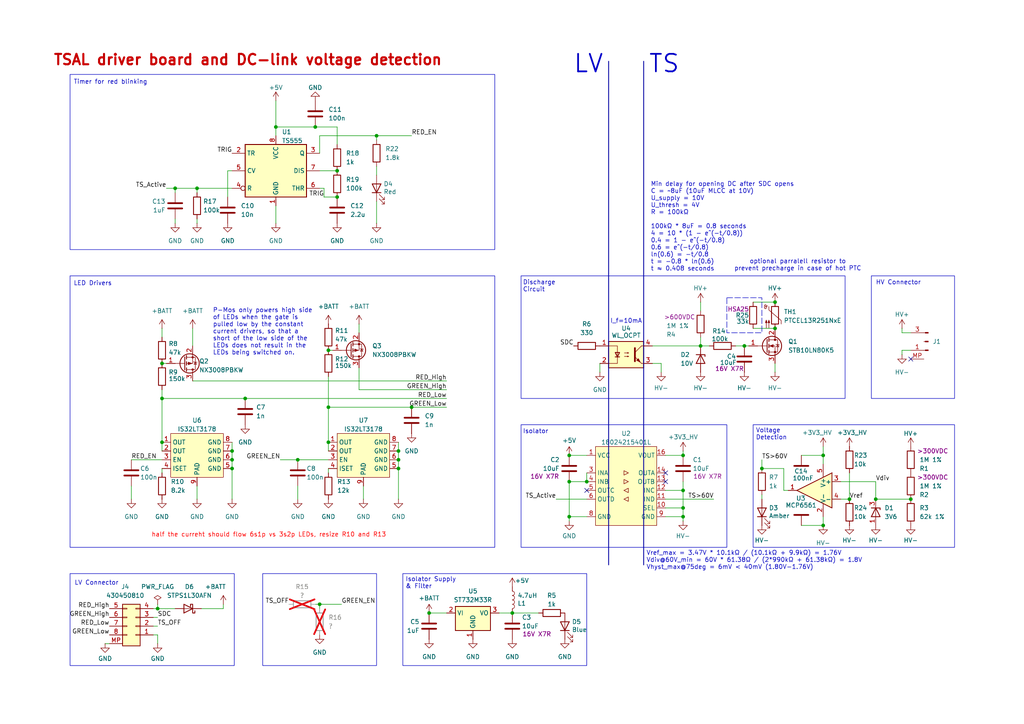
<source format=kicad_sch>
(kicad_sch
	(version 20231120)
	(generator "eeschema")
	(generator_version "8.0")
	(uuid "9debd449-8605-4af8-8da9-c3a8b6bcfdf0")
	(paper "A4")
	
	(junction
		(at 203.2 100.33)
		(diameter 0)
		(color 0 0 0 0)
		(uuid "026eb91c-0463-4bf3-8429-bb33d90c4ba8")
	)
	(junction
		(at 46.99 105.41)
		(diameter 0)
		(color 0 0 0 0)
		(uuid "0684212b-6cd4-4a56-a1fc-cf0157ab846c")
	)
	(junction
		(at 67.31 133.35)
		(diameter 0)
		(color 0 0 0 0)
		(uuid "0b8e9d0e-2844-47b1-a292-a66c081a0afc")
	)
	(junction
		(at 45.72 176.53)
		(diameter 0)
		(color 0 0 0 0)
		(uuid "0d0ae59d-5335-41ed-b9a4-f743ae90e047")
	)
	(junction
		(at 71.12 115.57)
		(diameter 0)
		(color 0 0 0 0)
		(uuid "1174483f-d433-4b40-8af7-67fab2563a72")
	)
	(junction
		(at 80.01 36.83)
		(diameter 0)
		(color 0 0 0 0)
		(uuid "23cf559d-4a68-4f8c-9117-c7ed08cb84fe")
	)
	(junction
		(at 119.38 118.11)
		(diameter 0)
		(color 0 0 0 0)
		(uuid "2897bc79-f091-42d0-8506-a30f02fe2d12")
	)
	(junction
		(at 264.16 144.78)
		(diameter 0)
		(color 0 0 0 0)
		(uuid "382b71dd-5c52-4a1d-b4d2-5189fa6e82d3")
	)
	(junction
		(at 46.99 115.57)
		(diameter 0)
		(color 0 0 0 0)
		(uuid "39822b08-98bc-4493-8fd3-202a068f2a19")
	)
	(junction
		(at 109.22 39.37)
		(diameter 0)
		(color 0 0 0 0)
		(uuid "4305f45e-f1a4-4c60-86d0-ead3bf8575e6")
	)
	(junction
		(at 57.15 54.61)
		(diameter 0)
		(color 0 0 0 0)
		(uuid "443a87a0-ff81-4a2c-8d16-2b84b9d88395")
	)
	(junction
		(at 238.76 132.08)
		(diameter 0)
		(color 0 0 0 0)
		(uuid "4cda064a-c57a-4a45-ad9f-6a73bd1cda61")
	)
	(junction
		(at 124.46 177.8)
		(diameter 0)
		(color 0 0 0 0)
		(uuid "4e74a0ca-58df-4fca-b6c6-03c94fbc4213")
	)
	(junction
		(at 220.98 135.89)
		(diameter 0)
		(color 0 0 0 0)
		(uuid "4f586983-1835-4156-89d0-0d64c9781236")
	)
	(junction
		(at 198.12 149.86)
		(diameter 0)
		(color 0 0 0 0)
		(uuid "59902c70-bc3d-4957-a451-1c4c5230d274")
	)
	(junction
		(at 254 144.78)
		(diameter 0)
		(color 0 0 0 0)
		(uuid "657e5819-922b-4878-b7e8-86a3439b8959")
	)
	(junction
		(at 91.44 36.83)
		(diameter 0)
		(color 0 0 0 0)
		(uuid "72c533a0-f633-4f66-bdad-5d4f01f42b33")
	)
	(junction
		(at 198.12 142.24)
		(diameter 0)
		(color 0 0 0 0)
		(uuid "77327ac1-9df2-4a76-ab33-5eabc54b8bdf")
	)
	(junction
		(at 165.1 132.08)
		(diameter 0)
		(color 0 0 0 0)
		(uuid "7abc57d9-8671-4a8c-9b33-3f4d2cffd114")
	)
	(junction
		(at 95.25 128.27)
		(diameter 0)
		(color 0 0 0 0)
		(uuid "8320d1e9-b83e-494a-a1de-ff47d179a262")
	)
	(junction
		(at 115.57 135.89)
		(diameter 0)
		(color 0 0 0 0)
		(uuid "8f38404e-f801-46df-ac64-423d9bc13f39")
	)
	(junction
		(at 67.31 135.89)
		(diameter 0)
		(color 0 0 0 0)
		(uuid "92681660-35f1-4a8a-9f79-1241ab1d160b")
	)
	(junction
		(at 224.79 87.63)
		(diameter 0)
		(color 0 0 0 0)
		(uuid "93175b98-c526-4022-97dd-8f1d7e8ef194")
	)
	(junction
		(at 50.8 54.61)
		(diameter 0)
		(color 0 0 0 0)
		(uuid "93b9162b-86dc-4b9a-bde8-9f1ad8f8fa5e")
	)
	(junction
		(at 92.71 175.26)
		(diameter 0)
		(color 0 0 0 0)
		(uuid "985f8b32-62df-477e-b306-8c5a380159f8")
	)
	(junction
		(at 86.36 133.35)
		(diameter 0)
		(color 0 0 0 0)
		(uuid "9b6ebfac-2946-4494-bc7c-274e0e6bb7a2")
	)
	(junction
		(at 165.1 139.7)
		(diameter 0)
		(color 0 0 0 0)
		(uuid "9dd5d57c-1053-42aa-b3aa-83c966314b07")
	)
	(junction
		(at 198.12 132.08)
		(diameter 0)
		(color 0 0 0 0)
		(uuid "9e2cac65-7086-4064-822b-4c4f67c08068")
	)
	(junction
		(at 246.38 144.78)
		(diameter 0)
		(color 0 0 0 0)
		(uuid "a32d6c63-9cba-46f7-9d81-d37457a84b1d")
	)
	(junction
		(at 224.79 95.25)
		(diameter 0)
		(color 0 0 0 0)
		(uuid "a3b925ad-fa35-48cd-b03c-ff5f061fa7d9")
	)
	(junction
		(at 46.99 128.27)
		(diameter 0)
		(color 0 0 0 0)
		(uuid "a79006a8-0c30-4d13-8fec-52df3743d4bb")
	)
	(junction
		(at 97.79 49.53)
		(diameter 0)
		(color 0 0 0 0)
		(uuid "aa60be46-fb65-447d-b063-aa27086b5fed")
	)
	(junction
		(at 97.79 57.15)
		(diameter 0)
		(color 0 0 0 0)
		(uuid "b156aa98-9bd1-4637-b720-e1f080bcba89")
	)
	(junction
		(at 215.9 100.33)
		(diameter 0)
		(color 0 0 0 0)
		(uuid "b72b0169-a409-42bc-b338-87cd9bb90bb3")
	)
	(junction
		(at 115.57 130.81)
		(diameter 0)
		(color 0 0 0 0)
		(uuid "b90de574-f3cb-42f9-84cf-f72e65de7c8d")
	)
	(junction
		(at 148.59 177.8)
		(diameter 0)
		(color 0 0 0 0)
		(uuid "c0c92021-f951-4e8b-89f0-18795e51dd4e")
	)
	(junction
		(at 165.1 149.86)
		(diameter 0)
		(color 0 0 0 0)
		(uuid "c609c50b-2fda-418f-840d-6b46602b8051")
	)
	(junction
		(at 95.25 118.11)
		(diameter 0)
		(color 0 0 0 0)
		(uuid "d12b8e07-d9e1-4ce7-b4d3-2e0e3ab9167e")
	)
	(junction
		(at 198.12 147.32)
		(diameter 0)
		(color 0 0 0 0)
		(uuid "e4aeeb52-9e38-4a9e-9df2-b70ffdd725a1")
	)
	(junction
		(at 238.76 152.4)
		(diameter 0)
		(color 0 0 0 0)
		(uuid "e63968a4-ed18-4950-8f88-de54603c0dc7")
	)
	(junction
		(at 95.25 101.6)
		(diameter 0)
		(color 0 0 0 0)
		(uuid "f45a437a-f547-45ff-8871-b94936094082")
	)
	(junction
		(at 170.18 139.7)
		(diameter 0)
		(color 0 0 0 0)
		(uuid "f7ca4080-03f2-41e8-ae9b-cf758b11a7b2")
	)
	(junction
		(at 115.57 133.35)
		(diameter 0)
		(color 0 0 0 0)
		(uuid "f83f125f-5534-467d-b8c5-98ea87f028a7")
	)
	(junction
		(at 67.31 130.81)
		(diameter 0)
		(color 0 0 0 0)
		(uuid "fa0e6825-f75e-4603-842f-c8d8eb841e57")
	)
	(no_connect
		(at 193.04 139.7)
		(uuid "8d4a1ff3-a7e8-43e7-b7a4-bca41d382e7f")
	)
	(no_connect
		(at 170.18 142.24)
		(uuid "a912002f-e658-401e-963d-bcfa5bc8b9f1")
	)
	(no_connect
		(at 264.16 104.14)
		(uuid "b1318072-d309-4b86-b8b1-5be0bd26c97a")
	)
	(no_connect
		(at 193.04 137.16)
		(uuid "c5b2c002-63e8-49a8-bb04-b4b4c97ccb07")
	)
	(wire
		(pts
			(xy 109.22 50.8) (xy 109.22 48.26)
		)
		(stroke
			(width 0)
			(type default)
		)
		(uuid "08cc3faa-8e13-4765-a5d4-7767a9ecf483")
	)
	(wire
		(pts
			(xy 95.25 109.22) (xy 95.25 118.11)
		)
		(stroke
			(width 0)
			(type default)
		)
		(uuid "0e5fa01f-888b-4da0-8051-abb505d0d6f1")
	)
	(wire
		(pts
			(xy 58.42 176.53) (xy 64.77 176.53)
		)
		(stroke
			(width 0)
			(type default)
		)
		(uuid "137f574a-093f-43fd-a924-77d10ba729a2")
	)
	(wire
		(pts
			(xy 80.01 29.21) (xy 80.01 36.83)
		)
		(stroke
			(width 0)
			(type default)
		)
		(uuid "14746dbc-b585-42b3-9b2a-d8198cd94899")
	)
	(wire
		(pts
			(xy 198.12 139.7) (xy 198.12 142.24)
		)
		(stroke
			(width 0)
			(type default)
		)
		(uuid "16e17406-0e85-413b-8013-a3deb6fec630")
	)
	(wire
		(pts
			(xy 67.31 128.27) (xy 67.31 130.81)
		)
		(stroke
			(width 0)
			(type default)
		)
		(uuid "177216d3-aa67-4b09-93e4-982ba0afb4d1")
	)
	(wire
		(pts
			(xy 57.15 64.77) (xy 57.15 63.5)
		)
		(stroke
			(width 0)
			(type default)
		)
		(uuid "17f0aba9-ed7e-4491-ad5b-0fc356e93e90")
	)
	(wire
		(pts
			(xy 91.44 36.83) (xy 97.79 36.83)
		)
		(stroke
			(width 0)
			(type default)
		)
		(uuid "19aa88ca-2a44-4ac0-b740-e0e9f7a458e7")
	)
	(wire
		(pts
			(xy 86.36 140.97) (xy 86.36 144.78)
		)
		(stroke
			(width 0)
			(type default)
		)
		(uuid "1fda1f05-694c-4e90-819e-8a629dae2ed5")
	)
	(wire
		(pts
			(xy 198.12 132.08) (xy 198.12 130.81)
		)
		(stroke
			(width 0)
			(type default)
		)
		(uuid "229d8bd6-fbd2-4f9b-8fcd-c9c9af1b9d6a")
	)
	(wire
		(pts
			(xy 92.71 39.37) (xy 92.71 44.45)
		)
		(stroke
			(width 0)
			(type default)
		)
		(uuid "281f7ef5-6196-4c4d-8a6f-a09da9564a67")
	)
	(wire
		(pts
			(xy 80.01 36.83) (xy 80.01 39.37)
		)
		(stroke
			(width 0)
			(type default)
		)
		(uuid "2a306894-5303-4385-b9ae-fdb5850377b0")
	)
	(wire
		(pts
			(xy 92.71 175.26) (xy 99.06 175.26)
		)
		(stroke
			(width 0)
			(type default)
		)
		(uuid "2aebcb75-7a2e-4b21-a27a-5316a1ec930d")
	)
	(wire
		(pts
			(xy 104.14 106.68) (xy 104.14 113.03)
		)
		(stroke
			(width 0)
			(type default)
		)
		(uuid "2b5de279-e99c-46c0-99fd-0c659ebc8ed7")
	)
	(wire
		(pts
			(xy 93.98 54.61) (xy 92.71 54.61)
		)
		(stroke
			(width 0)
			(type default)
		)
		(uuid "2c61c43a-f690-4c26-8cd4-a323021cd220")
	)
	(wire
		(pts
			(xy 45.72 179.07) (xy 44.45 179.07)
		)
		(stroke
			(width 0)
			(type default)
		)
		(uuid "2eca4e06-2093-4d02-a8cd-4b2680d09d37")
	)
	(wire
		(pts
			(xy 104.14 113.03) (xy 129.54 113.03)
		)
		(stroke
			(width 0)
			(type default)
		)
		(uuid "2f155a4b-0a96-4264-8223-66d34f156009")
	)
	(wire
		(pts
			(xy 46.99 135.89) (xy 46.99 137.16)
		)
		(stroke
			(width 0)
			(type default)
		)
		(uuid "3095f70c-fbe4-4463-b6aa-958043cd01f8")
	)
	(wire
		(pts
			(xy 148.59 177.8) (xy 156.21 177.8)
		)
		(stroke
			(width 0)
			(type default)
		)
		(uuid "30af1a62-562f-425a-8b10-46fbf83fdfef")
	)
	(wire
		(pts
			(xy 165.1 149.86) (xy 170.18 149.86)
		)
		(stroke
			(width 0)
			(type default)
		)
		(uuid "34071f44-e945-4188-9f0e-b28c8100bcc6")
	)
	(wire
		(pts
			(xy 86.36 133.35) (xy 95.25 133.35)
		)
		(stroke
			(width 0)
			(type default)
		)
		(uuid "3b016e8a-4566-4e17-8c59-651ec595fb40")
	)
	(wire
		(pts
			(xy 57.15 140.97) (xy 57.15 144.78)
		)
		(stroke
			(width 0)
			(type default)
		)
		(uuid "3e26c73b-bc6c-4c5e-8226-fa4e1c12feba")
	)
	(wire
		(pts
			(xy 64.77 176.53) (xy 64.77 175.26)
		)
		(stroke
			(width 0)
			(type default)
		)
		(uuid "3f359a46-9f55-4340-80b6-b48f3763946b")
	)
	(wire
		(pts
			(xy 238.76 129.54) (xy 238.76 132.08)
		)
		(stroke
			(width 0)
			(type default)
		)
		(uuid "3ff5ec8a-c24a-4f0a-ba51-ddef81d05084")
	)
	(wire
		(pts
			(xy 193.04 132.08) (xy 198.12 132.08)
		)
		(stroke
			(width 0)
			(type default)
		)
		(uuid "4123c7c1-832a-47b2-95d5-8836ac8a8692")
	)
	(wire
		(pts
			(xy 227.33 135.89) (xy 227.33 142.24)
		)
		(stroke
			(width 0)
			(type default)
		)
		(uuid "41e7cf06-a711-455b-b091-f14c3e1001ab")
	)
	(wire
		(pts
			(xy 261.62 101.6) (xy 261.62 102.87)
		)
		(stroke
			(width 0)
			(type default)
		)
		(uuid "42efea56-adb7-477c-b8ad-4c425decf850")
	)
	(wire
		(pts
			(xy 161.29 144.78) (xy 170.18 144.78)
		)
		(stroke
			(width 0)
			(type default)
		)
		(uuid "4a01bf21-de9e-4c3c-8873-9d1870a780ee")
	)
	(wire
		(pts
			(xy 198.12 151.13) (xy 198.12 149.86)
		)
		(stroke
			(width 0)
			(type default)
		)
		(uuid "4dfd2e6c-39e9-4e9a-b27a-7ddd594af91f")
	)
	(wire
		(pts
			(xy 109.22 39.37) (xy 119.38 39.37)
		)
		(stroke
			(width 0)
			(type default)
		)
		(uuid "4e7bbd84-902d-434f-b713-00abfad86234")
	)
	(wire
		(pts
			(xy 264.16 101.6) (xy 261.62 101.6)
		)
		(stroke
			(width 0)
			(type default)
		)
		(uuid "516561c0-65eb-4cc8-b3dd-564575badfdf")
	)
	(wire
		(pts
			(xy 124.46 177.8) (xy 129.54 177.8)
		)
		(stroke
			(width 0)
			(type default)
		)
		(uuid "51949801-c3a8-4bd0-aaa9-7729a3309c6c")
	)
	(wire
		(pts
			(xy 95.25 135.89) (xy 95.25 137.16)
		)
		(stroke
			(width 0)
			(type default)
		)
		(uuid "5797287a-0b8e-462b-9d40-1ff99e74a4d4")
	)
	(wire
		(pts
			(xy 55.88 110.49) (xy 129.54 110.49)
		)
		(stroke
			(width 0)
			(type default)
		)
		(uuid "5b1e6499-213f-4fe5-bdd5-8d401430d309")
	)
	(wire
		(pts
			(xy 227.33 142.24) (xy 228.6 142.24)
		)
		(stroke
			(width 0)
			(type default)
		)
		(uuid "5b89e798-1eb4-40db-9684-eccf21e75fe6")
	)
	(wire
		(pts
			(xy 50.8 54.61) (xy 50.8 55.88)
		)
		(stroke
			(width 0)
			(type default)
		)
		(uuid "5c0b9e16-ef71-42f7-8cd1-4204c4ce4c4b")
	)
	(wire
		(pts
			(xy 80.01 59.69) (xy 80.01 64.77)
		)
		(stroke
			(width 0)
			(type default)
		)
		(uuid "5ceacfff-675a-4505-af03-7252b7df055c")
	)
	(wire
		(pts
			(xy 45.72 176.53) (xy 45.72 175.26)
		)
		(stroke
			(width 0)
			(type default)
		)
		(uuid "5da8f322-81db-4457-815f-573a7cfc4736")
	)
	(wire
		(pts
			(xy 238.76 132.08) (xy 238.76 134.62)
		)
		(stroke
			(width 0)
			(type default)
		)
		(uuid "5eba613d-3f28-4f67-984d-15be61e6aa23")
	)
	(wire
		(pts
			(xy 93.98 54.61) (xy 93.98 57.15)
		)
		(stroke
			(width 0)
			(type default)
		)
		(uuid "60b1a118-c444-45c8-b2aa-3f722f52d325")
	)
	(wire
		(pts
			(xy 46.99 105.41) (xy 48.26 105.41)
		)
		(stroke
			(width 0)
			(type default)
		)
		(uuid "610f16f0-3a40-4796-8875-5cb39a6c613d")
	)
	(wire
		(pts
			(xy 218.44 87.63) (xy 224.79 87.63)
		)
		(stroke
			(width 0)
			(type default)
		)
		(uuid "61df12f7-eea4-4bee-b0ee-ba6e638bd219")
	)
	(wire
		(pts
			(xy 193.04 144.78) (xy 207.01 144.78)
		)
		(stroke
			(width 0)
			(type default)
		)
		(uuid "63ec55bc-94ab-49d7-b638-9048a08d6bc6")
	)
	(wire
		(pts
			(xy 220.98 143.51) (xy 220.98 144.78)
		)
		(stroke
			(width 0)
			(type default)
		)
		(uuid "64659341-fa1a-4c37-87d4-26c477530b61")
	)
	(wire
		(pts
			(xy 246.38 144.78) (xy 243.84 144.78)
		)
		(stroke
			(width 0)
			(type default)
		)
		(uuid "65c6d023-27ad-4fe3-8c23-dd87be36385a")
	)
	(wire
		(pts
			(xy 45.72 176.53) (xy 44.45 176.53)
		)
		(stroke
			(width 0)
			(type default)
		)
		(uuid "674e15e9-b1fa-4f55-8646-913c7c438973")
	)
	(wire
		(pts
			(xy 203.2 87.63) (xy 203.2 90.17)
		)
		(stroke
			(width 0)
			(type default)
		)
		(uuid "69c23500-65df-4f5b-9dc6-65450a94e814")
	)
	(wire
		(pts
			(xy 193.04 149.86) (xy 198.12 149.86)
		)
		(stroke
			(width 0)
			(type default)
		)
		(uuid "6ec11311-5915-4596-9ae0-0d27c4a8047b")
	)
	(wire
		(pts
			(xy 67.31 135.89) (xy 67.31 144.78)
		)
		(stroke
			(width 0)
			(type default)
		)
		(uuid "716bcd72-d402-4f0a-ba82-e1a6a3225263")
	)
	(wire
		(pts
			(xy 198.12 149.86) (xy 198.12 147.32)
		)
		(stroke
			(width 0)
			(type default)
		)
		(uuid "74239838-dc30-40f2-9177-ba3ec68566de")
	)
	(wire
		(pts
			(xy 109.22 40.64) (xy 109.22 39.37)
		)
		(stroke
			(width 0)
			(type default)
		)
		(uuid "74744c2d-6f74-4a63-8265-15e7bcdadc8d")
	)
	(wire
		(pts
			(xy 224.79 107.95) (xy 224.79 105.41)
		)
		(stroke
			(width 0)
			(type default)
		)
		(uuid "763ca273-69bc-4ea7-b7f2-385d2de19e1f")
	)
	(wire
		(pts
			(xy 189.23 100.33) (xy 203.2 100.33)
		)
		(stroke
			(width 0)
			(type default)
		)
		(uuid "76d112dc-c4d8-4560-bf67-25425a15e51b")
	)
	(wire
		(pts
			(xy 203.2 100.33) (xy 205.74 100.33)
		)
		(stroke
			(width 0)
			(type default)
		)
		(uuid "76f2e9cb-0bc1-494a-b44a-d0a45c4841b7")
	)
	(wire
		(pts
			(xy 193.04 142.24) (xy 198.12 142.24)
		)
		(stroke
			(width 0)
			(type default)
		)
		(uuid "7941d173-e121-46a4-ab88-f7610a7a3b19")
	)
	(wire
		(pts
			(xy 46.99 128.27) (xy 46.99 115.57)
		)
		(stroke
			(width 0)
			(type default)
		)
		(uuid "79fdeea7-a811-4679-bf8d-41883ace9c46")
	)
	(wire
		(pts
			(xy 109.22 39.37) (xy 92.71 39.37)
		)
		(stroke
			(width 0)
			(type default)
		)
		(uuid "7a80359c-8dde-4ad4-94ec-643d915dc2cc")
	)
	(wire
		(pts
			(xy 67.31 49.53) (xy 66.04 49.53)
		)
		(stroke
			(width 0)
			(type default)
		)
		(uuid "7e68fbcf-daa3-429c-b7b5-7af4edb806c4")
	)
	(wire
		(pts
			(xy 50.8 63.5) (xy 50.8 64.77)
		)
		(stroke
			(width 0)
			(type default)
		)
		(uuid "7fffe215-f32a-46bc-bcb7-db0d487c7091")
	)
	(wire
		(pts
			(xy 38.1 140.97) (xy 38.1 144.78)
		)
		(stroke
			(width 0)
			(type default)
		)
		(uuid "83adce8b-f9e0-4f83-a31f-84a555389e21")
	)
	(wire
		(pts
			(xy 232.41 152.4) (xy 238.76 152.4)
		)
		(stroke
			(width 0)
			(type default)
		)
		(uuid "84284e2b-fa8f-4c13-96eb-25cccc055d52")
	)
	(wire
		(pts
			(xy 191.77 107.95) (xy 191.77 105.41)
		)
		(stroke
			(width 0)
			(type default)
		)
		(uuid "85c6a4a9-2a58-45e1-b2e8-8ed6800b4311")
	)
	(wire
		(pts
			(xy 215.9 100.33) (xy 217.17 100.33)
		)
		(stroke
			(width 0)
			(type default)
		)
		(uuid "86f397cb-8487-4b2c-9bc3-10fba66a8d29")
	)
	(wire
		(pts
			(xy 203.2 97.79) (xy 203.2 100.33)
		)
		(stroke
			(width 0)
			(type default)
		)
		(uuid "87b6faf2-4214-4f30-9c03-bfc24ca489b6")
	)
	(wire
		(pts
			(xy 95.25 101.6) (xy 96.52 101.6)
		)
		(stroke
			(width 0)
			(type default)
		)
		(uuid "8a735b3d-34cb-4e5c-8bce-312df18d31a8")
	)
	(wire
		(pts
			(xy 97.79 41.91) (xy 97.79 36.83)
		)
		(stroke
			(width 0)
			(type default)
		)
		(uuid "8cf03936-ed06-4b6b-80e2-98b30aa54768")
	)
	(wire
		(pts
			(xy 67.31 130.81) (xy 67.31 133.35)
		)
		(stroke
			(width 0)
			(type default)
		)
		(uuid "8d318f9a-533d-482a-b1e3-7b8844030ad0")
	)
	(wire
		(pts
			(xy 92.71 49.53) (xy 97.79 49.53)
		)
		(stroke
			(width 0)
			(type default)
		)
		(uuid "91c32884-100c-438c-bf5d-58556ec9eb2c")
	)
	(polyline
		(pts
			(xy 176.53 17.78) (xy 176.53 163.83)
		)
		(stroke
			(width 0.254)
			(type default)
			(color 0 0 162 0.3137254902)
		)
		(uuid "93446e12-8872-4999-aa10-3d8244057946")
	)
	(wire
		(pts
			(xy 213.36 100.33) (xy 215.9 100.33)
		)
		(stroke
			(width 0)
			(type default)
		)
		(uuid "94d31da6-e66c-42e5-9bdd-7ed5471c24e9")
	)
	(wire
		(pts
			(xy 261.62 96.52) (xy 264.16 96.52)
		)
		(stroke
			(width 0)
			(type default)
		)
		(uuid "977ff348-f8b0-4f0b-8456-2e5206d8564f")
	)
	(wire
		(pts
			(xy 232.41 132.08) (xy 238.76 132.08)
		)
		(stroke
			(width 0)
			(type default)
		)
		(uuid "98c62ab7-c00e-4254-88ad-53db49c9628f")
	)
	(wire
		(pts
			(xy 104.14 93.98) (xy 104.14 96.52)
		)
		(stroke
			(width 0)
			(type default)
		)
		(uuid "9a4e7cca-5130-47c9-b3bc-13c11a9a2105")
	)
	(wire
		(pts
			(xy 45.72 184.15) (xy 44.45 184.15)
		)
		(stroke
			(width 0)
			(type default)
		)
		(uuid "9cbb5b4b-2d7b-4f1c-9c45-2b520b1717ef")
	)
	(wire
		(pts
			(xy 193.04 147.32) (xy 198.12 147.32)
		)
		(stroke
			(width 0)
			(type default)
		)
		(uuid "9cd099f2-df6e-47fb-96eb-5c8cec3538ce")
	)
	(wire
		(pts
			(xy 189.23 105.41) (xy 191.77 105.41)
		)
		(stroke
			(width 0)
			(type default)
		)
		(uuid "9cf0f3a8-6b74-4479-b75a-0b8d6ae0f62d")
	)
	(wire
		(pts
			(xy 261.62 96.52) (xy 261.62 95.25)
		)
		(stroke
			(width 0)
			(type default)
		)
		(uuid "9fd93f4e-9c1f-42a1-a38f-3dcc276cb349")
	)
	(wire
		(pts
			(xy 80.01 36.83) (xy 91.44 36.83)
		)
		(stroke
			(width 0)
			(type default)
		)
		(uuid "a0d2bfb7-68dc-42be-b022-2ecc8de61027")
	)
	(wire
		(pts
			(xy 105.41 140.97) (xy 105.41 144.78)
		)
		(stroke
			(width 0)
			(type default)
		)
		(uuid "a1a3ff77-2de9-4e69-9e13-e67afd22e7d9")
	)
	(wire
		(pts
			(xy 48.26 54.61) (xy 50.8 54.61)
		)
		(stroke
			(width 0)
			(type default)
		)
		(uuid "a1db2584-95d3-4bf7-9adb-abc94678c63a")
	)
	(wire
		(pts
			(xy 95.25 128.27) (xy 95.25 130.81)
		)
		(stroke
			(width 0)
			(type default)
		)
		(uuid "a71b51c6-9dae-4fa6-8f22-d8964efee844")
	)
	(wire
		(pts
			(xy 119.38 118.11) (xy 129.54 118.11)
		)
		(stroke
			(width 0)
			(type default)
		)
		(uuid "a98109a1-8b03-49ba-ae6e-77bce6ff401a")
	)
	(wire
		(pts
			(xy 238.76 152.4) (xy 238.76 149.86)
		)
		(stroke
			(width 0)
			(type default)
		)
		(uuid "ae4820f6-b872-4c6d-af0c-45ea5cc5b7bc")
	)
	(wire
		(pts
			(xy 144.78 177.8) (xy 148.59 177.8)
		)
		(stroke
			(width 0)
			(type default)
		)
		(uuid "aece7f3e-8357-4bbb-aca4-2c2c7705c932")
	)
	(wire
		(pts
			(xy 46.99 115.57) (xy 71.12 115.57)
		)
		(stroke
			(width 0)
			(type default)
		)
		(uuid "b25449d1-cef0-4f6c-a7ca-2f7b8ae67bd5")
	)
	(wire
		(pts
			(xy 254 144.78) (xy 254 139.7)
		)
		(stroke
			(width 0)
			(type default)
		)
		(uuid "b4edd754-ff1b-4c8d-a27b-8a07a2ed05f1")
	)
	(wire
		(pts
			(xy 46.99 113.03) (xy 46.99 115.57)
		)
		(stroke
			(width 0)
			(type default)
		)
		(uuid "b5dd2cae-db7f-46b6-bc64-fdafa3ab2830")
	)
	(wire
		(pts
			(xy 45.72 176.53) (xy 50.8 176.53)
		)
		(stroke
			(width 0)
			(type default)
		)
		(uuid "b6f96d5d-b8a9-47db-b129-b1aaae922abc")
	)
	(wire
		(pts
			(xy 81.28 133.35) (xy 86.36 133.35)
		)
		(stroke
			(width 0)
			(type default)
		)
		(uuid "ba595097-ef72-4be0-a81b-3f69ac6dc061")
	)
	(wire
		(pts
			(xy 220.98 133.35) (xy 220.98 135.89)
		)
		(stroke
			(width 0)
			(type default)
		)
		(uuid "bb6050b7-e300-478c-a700-f7e13a77b558")
	)
	(wire
		(pts
			(xy 218.44 95.25) (xy 224.79 95.25)
		)
		(stroke
			(width 0)
			(type default)
		)
		(uuid "c0da4088-b8dd-4120-bb51-0998c4f90fa0")
	)
	(wire
		(pts
			(xy 71.12 115.57) (xy 129.54 115.57)
		)
		(stroke
			(width 0)
			(type default)
		)
		(uuid "c3517ed0-5916-4e21-bfeb-6768f868fd3f")
	)
	(wire
		(pts
			(xy 165.1 139.7) (xy 170.18 139.7)
		)
		(stroke
			(width 0)
			(type default)
		)
		(uuid "c4162fec-d33d-48bf-81da-987a88c74724")
	)
	(polyline
		(pts
			(xy 186.69 17.78) (xy 186.69 163.83)
		)
		(stroke
			(width 0.254)
			(type default)
			(color 0 0 162 0.3137254902)
		)
		(uuid "c6016b43-33f4-4b64-99c9-baac37034c3b")
	)
	(wire
		(pts
			(xy 198.12 147.32) (xy 198.12 142.24)
		)
		(stroke
			(width 0)
			(type default)
		)
		(uuid "c8151381-acb0-4fc9-903e-fa8035e4a6ab")
	)
	(wire
		(pts
			(xy 165.1 139.7) (xy 165.1 149.86)
		)
		(stroke
			(width 0)
			(type default)
		)
		(uuid "c88a330b-c512-438e-a36f-9209419b6f19")
	)
	(wire
		(pts
			(xy 55.88 95.25) (xy 55.88 100.33)
		)
		(stroke
			(width 0)
			(type default)
		)
		(uuid "c97440a5-529a-4b00-9c8a-7e22678aa27a")
	)
	(wire
		(pts
			(xy 115.57 130.81) (xy 115.57 133.35)
		)
		(stroke
			(width 0)
			(type default)
		)
		(uuid "cab3c9f3-25e5-4086-b30e-c402143fc906")
	)
	(wire
		(pts
			(xy 109.22 58.42) (xy 109.22 64.77)
		)
		(stroke
			(width 0)
			(type default)
		)
		(uuid "cb7c0127-51e0-4d29-81ba-23f0dddee6b3")
	)
	(wire
		(pts
			(xy 45.72 186.69) (xy 45.72 184.15)
		)
		(stroke
			(width 0)
			(type default)
		)
		(uuid "cd51db21-7a69-40ab-8813-6cff9f81b1df")
	)
	(wire
		(pts
			(xy 173.99 107.95) (xy 173.99 105.41)
		)
		(stroke
			(width 0)
			(type default)
		)
		(uuid "d1ab1a52-61a5-421f-867c-d622c823f65e")
	)
	(wire
		(pts
			(xy 57.15 55.88) (xy 57.15 54.61)
		)
		(stroke
			(width 0)
			(type default)
		)
		(uuid "d3e62aeb-0c84-4d0f-a878-f1638a4385b7")
	)
	(wire
		(pts
			(xy 170.18 137.16) (xy 170.18 139.7)
		)
		(stroke
			(width 0)
			(type default)
		)
		(uuid "dbaca429-ce07-428b-b53f-fc8239c6133a")
	)
	(wire
		(pts
			(xy 95.25 118.11) (xy 95.25 128.27)
		)
		(stroke
			(width 0)
			(type default)
		)
		(uuid "de1c3265-5b8c-4f3a-9f10-6be17180df1a")
	)
	(wire
		(pts
			(xy 57.15 54.61) (xy 67.31 54.61)
		)
		(stroke
			(width 0)
			(type default)
		)
		(uuid "e0ab9f23-9ff3-49be-8a3b-93b94101a522")
	)
	(wire
		(pts
			(xy 45.72 181.61) (xy 44.45 181.61)
		)
		(stroke
			(width 0)
			(type default)
		)
		(uuid "e2f1c083-ce12-4788-b39b-5f2409e9f916")
	)
	(wire
		(pts
			(xy 92.71 176.53) (xy 92.71 175.26)
		)
		(stroke
			(width 0)
			(type default)
		)
		(uuid "e30f0bf8-4660-40da-bc2f-5ae20153ce53")
	)
	(wire
		(pts
			(xy 115.57 133.35) (xy 115.57 135.89)
		)
		(stroke
			(width 0)
			(type default)
		)
		(uuid "e3c12d6a-993a-471e-8393-e1d8f1af4c2d")
	)
	(wire
		(pts
			(xy 115.57 128.27) (xy 115.57 130.81)
		)
		(stroke
			(width 0)
			(type default)
		)
		(uuid "e4d90a6c-63a5-4ce7-9a61-f19bf3b47f7b")
	)
	(wire
		(pts
			(xy 91.44 175.26) (xy 92.71 175.26)
		)
		(stroke
			(width 0)
			(type default)
		)
		(uuid "e5bfb8d7-61db-4d62-ae2a-26383582b8e1")
	)
	(wire
		(pts
			(xy 95.25 118.11) (xy 119.38 118.11)
		)
		(stroke
			(width 0)
			(type default)
		)
		(uuid "e5ef6f88-448f-4db7-8b95-dc2f16814e62")
	)
	(wire
		(pts
			(xy 38.1 133.35) (xy 46.99 133.35)
		)
		(stroke
			(width 0)
			(type default)
		)
		(uuid "eab4768c-ba16-4ce4-b7ad-8fc9d6d87bc6")
	)
	(wire
		(pts
			(xy 170.18 132.08) (xy 165.1 132.08)
		)
		(stroke
			(width 0)
			(type default)
		)
		(uuid "ec35287f-a6ab-453d-b58b-4921db9571b4")
	)
	(wire
		(pts
			(xy 254 144.78) (xy 264.16 144.78)
		)
		(stroke
			(width 0)
			(type default)
		)
		(uuid "efc14bc2-ba36-41c9-bf78-2d56e175b0f0")
	)
	(wire
		(pts
			(xy 66.04 49.53) (xy 66.04 57.15)
		)
		(stroke
			(width 0)
			(type default)
		)
		(uuid "f03928b4-2ff8-4678-ae2e-b2da3fe13789")
	)
	(wire
		(pts
			(xy 254 139.7) (xy 243.84 139.7)
		)
		(stroke
			(width 0)
			(type default)
		)
		(uuid "f144acb6-984e-4e26-914f-127d98731133")
	)
	(wire
		(pts
			(xy 115.57 135.89) (xy 115.57 144.78)
		)
		(stroke
			(width 0)
			(type default)
		)
		(uuid "f171e986-8295-4f4e-be69-4ce0bea275d3")
	)
	(wire
		(pts
			(xy 93.98 57.15) (xy 97.79 57.15)
		)
		(stroke
			(width 0)
			(type default)
		)
		(uuid "f1891d3c-1225-42e4-b9bb-33fec4330211")
	)
	(wire
		(pts
			(xy 46.99 95.25) (xy 46.99 97.79)
		)
		(stroke
			(width 0)
			(type default)
		)
		(uuid "f29dfab2-f044-4de1-a893-1b6b2a1ee045")
	)
	(wire
		(pts
			(xy 46.99 128.27) (xy 46.99 130.81)
		)
		(stroke
			(width 0)
			(type default)
		)
		(uuid "f343a2b7-93be-4ab0-8d24-98768a5154ca")
	)
	(wire
		(pts
			(xy 50.8 54.61) (xy 57.15 54.61)
		)
		(stroke
			(width 0)
			(type default)
		)
		(uuid "f616a9a2-32a8-4be4-baea-a34449a37045")
	)
	(wire
		(pts
			(xy 220.98 135.89) (xy 227.33 135.89)
		)
		(stroke
			(width 0)
			(type default)
		)
		(uuid "f6299c65-6439-4c8d-92a3-fc04fce62441")
	)
	(wire
		(pts
			(xy 67.31 133.35) (xy 67.31 135.89)
		)
		(stroke
			(width 0)
			(type default)
		)
		(uuid "f634fedb-a619-4e10-8fb4-3746d93f0a0f")
	)
	(wire
		(pts
			(xy 30.48 186.69) (xy 31.75 186.69)
		)
		(stroke
			(width 0)
			(type default)
		)
		(uuid "f74d19bf-8e6a-4764-a21a-056b08da720f")
	)
	(wire
		(pts
			(xy 165.1 151.13) (xy 165.1 149.86)
		)
		(stroke
			(width 0)
			(type default)
		)
		(uuid "f7df42ec-4b3c-4802-9a7e-433b8dc41143")
	)
	(wire
		(pts
			(xy 246.38 137.16) (xy 246.38 144.78)
		)
		(stroke
			(width 0)
			(type default)
		)
		(uuid "fb66c788-6f32-4c76-abda-f90ebba1a09d")
	)
	(rectangle
		(start 218.44 123.19)
		(end 276.86 158.75)
		(stroke
			(width 0)
			(type default)
		)
		(fill
			(type none)
		)
		(uuid 01fed345-fb0e-4438-8683-f6edb25b6a91)
	)
	(rectangle
		(start 151.13 123.19)
		(end 210.82 158.75)
		(stroke
			(width 0)
			(type default)
		)
		(fill
			(type none)
		)
		(uuid 25e65339-0734-438b-8d87-a0ea641d99f1)
	)
	(rectangle
		(start 20.32 21.59)
		(end 143.51 72.39)
		(stroke
			(width 0)
			(type default)
		)
		(fill
			(type none)
		)
		(uuid 47e70481-caa6-40e6-bd1d-661c6a983805)
	)
	(rectangle
		(start 20.32 80.01)
		(end 143.51 158.75)
		(stroke
			(width 0)
			(type default)
		)
		(fill
			(type none)
		)
		(uuid 4ff4e1dd-d613-4552-b94a-4d8ecbb26631)
	)
	(rectangle
		(start 76.2 166.37)
		(end 109.22 193.04)
		(stroke
			(width 0)
			(type default)
		)
		(fill
			(type none)
		)
		(uuid 57f1f181-f5da-4c6f-b30f-00170b7564e4)
	)
	(rectangle
		(start 252.73 80.01)
		(end 276.86 115.57)
		(stroke
			(width 0)
			(type default)
		)
		(fill
			(type none)
		)
		(uuid 6193ed35-fabe-433c-8a2a-52dee59533be)
	)
	(rectangle
		(start 210.82 86.36)
		(end 220.98 96.52)
		(stroke
			(width 0)
			(type dash)
		)
		(fill
			(type none)
		)
		(uuid a5540966-6149-4be5-8821-7a2ee06f0cd8)
	)
	(rectangle
		(start 20.32 166.37)
		(end 67.945 193.04)
		(stroke
			(width 0)
			(type default)
		)
		(fill
			(type none)
		)
		(uuid c8bc12c9-d350-448e-8b54-fbd321147316)
	)
	(rectangle
		(start 151.13 80.01)
		(end 245.11 115.57)
		(stroke
			(width 0)
			(type default)
		)
		(fill
			(type none)
		)
		(uuid e5e54236-6014-403b-afd6-0a6cc5aa0c9e)
	)
	(rectangle
		(start 116.84 166.37)
		(end 170.18 193.04)
		(stroke
			(width 0)
			(type default)
		)
		(fill
			(type none)
		)
		(uuid ec740441-49dc-4fae-bd7e-e900482e3703)
	)
	(text "TS"
		(exclude_from_sim no)
		(at 187.96 21.59 0)
		(effects
			(font
				(size 5.08 5.08)
				(thickness 0.508)
				(bold yes)
			)
			(justify left bottom)
		)
		(uuid "021b61db-6296-40c2-b79b-5b093973b8bc")
	)
	(text "optional parralell resistor to\nprevent precharge in case of hot PTC"
		(exclude_from_sim no)
		(at 231.394 76.962 0)
		(effects
			(font
				(size 1.27 1.27)
			)
		)
		(uuid "068be38f-c9c2-417e-9213-4818c911c12a")
	)
	(text "half the curreht should flow 6s1p vs 3s2p LEDs, resize R10 and R13"
		(exclude_from_sim no)
		(at 77.978 155.194 0)
		(effects
			(font
				(size 1.27 1.27)
				(color 255 0 0 1)
			)
		)
		(uuid "17305c1c-a27c-4317-8b80-4692e69a56c5")
	)
	(text "LED Drivers"
		(exclude_from_sim no)
		(at 21.336 82.296 0)
		(effects
			(font
				(size 1.27 1.27)
			)
			(justify left)
		)
		(uuid "3677f57d-b2b3-41d7-b406-aac319f88591")
	)
	(text "Voltage\nDetection\n"
		(exclude_from_sim no)
		(at 219.202 125.984 0)
		(effects
			(font
				(size 1.27 1.27)
			)
			(justify left)
		)
		(uuid "45ce58e6-3841-482c-a39f-c70a041c4c6b")
	)
	(text "LV Connector"
		(exclude_from_sim no)
		(at 21.59 169.164 0)
		(effects
			(font
				(size 1.27 1.27)
			)
			(justify left)
		)
		(uuid "5b97e0ec-2be3-4f34-a177-ec8eaa54b7b7")
	)
	(text "Min delay for opening DC after SDC opens\nC = ~8uF (10uF MLCC at 10V)\nU_supply = 10V\nU_thresh = 4V\nR = 100kΩ\n\n100kΩ * 8uF = 0.8 seconds\n4 = 10 * (1 - e^(-t/0.8))\n0.4 = 1 - e^(-t/0.8)\n0.6 = e^(-t/0.8)\nln(0.6) = -t/0.8\nt = -0.8 * ln(0.6)\nt ≈ 0.408 seconds\n"
		(exclude_from_sim no)
		(at 188.722 65.786 0)
		(effects
			(font
				(size 1.27 1.27)
			)
			(justify left)
		)
		(uuid "5c98b1ac-2379-4829-9812-51380774d651")
	)
	(text "TSAL driver board and DC-link voltage detection"
		(exclude_from_sim no)
		(at 71.882 17.526 0)
		(effects
			(font
				(size 3 3)
				(thickness 0.6)
				(bold yes)
				(color 194 0 0 1)
			)
		)
		(uuid "6eafd69d-d45d-4a3f-8930-66db40ccef74")
	)
	(text "Discharge\nCircuit"
		(exclude_from_sim no)
		(at 151.638 83.058 0)
		(effects
			(font
				(size 1.27 1.27)
			)
			(justify left)
		)
		(uuid "70134144-881b-44af-a32c-094f2f38cb97")
	)
	(text "Timer for red blinking"
		(exclude_from_sim no)
		(at 21.336 23.876 0)
		(effects
			(font
				(size 1.27 1.27)
			)
			(justify left)
		)
		(uuid "7038987e-7341-4060-bae1-07f28aa7ce1d")
	)
	(text "HV Connector"
		(exclude_from_sim no)
		(at 254 82.042 0)
		(effects
			(font
				(size 1.27 1.27)
			)
			(justify left)
		)
		(uuid "b0e50c81-d78e-40f1-80e2-61474f294946")
	)
	(text "LV"
		(exclude_from_sim no)
		(at 175.26 21.59 0)
		(effects
			(font
				(size 5.08 5.08)
				(thickness 0.508)
				(bold yes)
			)
			(justify right bottom)
		)
		(uuid "bae6a436-f5e1-472d-a1d2-3e42c2d66f22")
	)
	(text "Isolator"
		(exclude_from_sim no)
		(at 151.638 125.222 0)
		(effects
			(font
				(size 1.27 1.27)
			)
			(justify left)
		)
		(uuid "df682997-c89a-4a5f-872a-73e5ee8f662a")
	)
	(text "Vref_max = 3.47V * 10.1kΩ / (10.1kΩ + 9.9kΩ) = 1.76V\nVdiv@60V_min = 60V * 61.38Ω / (2*990kΩ + 61.38kΩ) = 1.8V\nVhyst_max@75deg = 6mV < 40mV (1.80V-1.76V)"
		(exclude_from_sim no)
		(at 187.452 162.56 0)
		(effects
			(font
				(size 1.27 1.27)
			)
			(justify left)
		)
		(uuid "e589dcb2-387b-4764-962e-d312be997c64")
	)
	(text "I_f=10mA"
		(exclude_from_sim no)
		(at 181.61 93.218 0)
		(effects
			(font
				(size 1.27 1.27)
			)
		)
		(uuid "e648008f-f1a0-444b-8511-ce30c0093c72")
	)
	(text "Isolator Supply\n& Filter"
		(exclude_from_sim no)
		(at 117.602 169.164 0)
		(effects
			(font
				(size 1.27 1.27)
			)
			(justify left)
		)
		(uuid "f6e77845-6a9f-4a86-9629-3082379a248b")
	)
	(text "P-Mos only powers high side\nof LEDs when the gate is\npulled low by the constant\ncurrent drivers, so that a\nshort of the low side of the\nLEDs does not result in the\nLEDs being switched on."
		(exclude_from_sim no)
		(at 61.722 103.124 0)
		(effects
			(font
				(size 1.27 1.27)
			)
			(justify left bottom)
		)
		(uuid "fdb9635e-5877-4879-b985-cfb6f1947ca8")
	)
	(label "GREEN_EN"
		(at 81.28 133.35 180)
		(fields_autoplaced yes)
		(effects
			(font
				(size 1.27 1.27)
			)
			(justify right bottom)
		)
		(uuid "238fcfe9-1b36-4569-a39c-f6a8fc2188d7")
	)
	(label "Vdiv"
		(at 254 139.7 0)
		(fields_autoplaced yes)
		(effects
			(font
				(size 1.27 1.27)
			)
			(justify left bottom)
		)
		(uuid "373766a1-9a77-46a3-9aea-be92ea9903d0")
	)
	(label "TS_OFF"
		(at 45.72 181.61 0)
		(fields_autoplaced yes)
		(effects
			(font
				(size 1.27 1.27)
			)
			(justify left bottom)
		)
		(uuid "39fd68ae-5888-4b2f-b635-ec2f3e0676df")
	)
	(label "Vref"
		(at 246.38 144.78 0)
		(fields_autoplaced yes)
		(effects
			(font
				(size 1.27 1.27)
			)
			(justify left bottom)
		)
		(uuid "4481290f-d1f1-41f0-b4b8-961ce91f9a27")
	)
	(label "GREEN_High"
		(at 129.54 113.03 180)
		(fields_autoplaced yes)
		(effects
			(font
				(size 1.27 1.27)
			)
			(justify right bottom)
		)
		(uuid "4f585b78-a3ad-49f9-8bfa-8e3c1cbbbaa1")
	)
	(label "SDC"
		(at 166.37 100.33 180)
		(fields_autoplaced yes)
		(effects
			(font
				(size 1.27 1.27)
			)
			(justify right bottom)
		)
		(uuid "5b660d73-800e-4ede-80d8-3e5300cfe7c9")
	)
	(label "TRIG"
		(at 93.98 57.15 180)
		(fields_autoplaced yes)
		(effects
			(font
				(size 1.27 1.27)
			)
			(justify right bottom)
		)
		(uuid "71f3dd8b-82f7-4711-b3ab-8469aac22899")
	)
	(label "RED_High"
		(at 129.54 110.49 180)
		(fields_autoplaced yes)
		(effects
			(font
				(size 1.27 1.27)
			)
			(justify right bottom)
		)
		(uuid "75ead031-9178-4e75-8e3a-92c80ffc5e62")
	)
	(label "RED_EN"
		(at 119.38 39.37 0)
		(fields_autoplaced yes)
		(effects
			(font
				(size 1.27 1.27)
			)
			(justify left bottom)
		)
		(uuid "88c4c738-2845-4638-91db-bccc1a6f589e")
	)
	(label "GREEN_Low"
		(at 31.75 184.15 180)
		(fields_autoplaced yes)
		(effects
			(font
				(size 1.27 1.27)
			)
			(justify right bottom)
		)
		(uuid "985a280d-57e1-419c-9258-d5367f174fe1")
	)
	(label "TS_Active"
		(at 161.29 144.78 180)
		(fields_autoplaced yes)
		(effects
			(font
				(size 1.27 1.27)
			)
			(justify right bottom)
		)
		(uuid "9e33e52f-2103-46ef-ad17-472ed12a9cae")
	)
	(label "GREEN_EN"
		(at 99.06 175.26 0)
		(fields_autoplaced yes)
		(effects
			(font
				(size 1.27 1.27)
			)
			(justify left bottom)
		)
		(uuid "a71d8013-a520-4c34-ba83-906043c9623f")
	)
	(label "SDC"
		(at 45.72 179.07 0)
		(fields_autoplaced yes)
		(effects
			(font
				(size 1.27 1.27)
			)
			(justify left bottom)
		)
		(uuid "ad6e350b-2608-49fe-8b82-3c6bf1ee9e2f")
	)
	(label "GREEN_Low"
		(at 129.54 118.11 180)
		(fields_autoplaced yes)
		(effects
			(font
				(size 1.27 1.27)
			)
			(justify right bottom)
		)
		(uuid "b2d43ad5-53a9-40bf-8fdf-594161cd8f4b")
	)
	(label "GREEN_High"
		(at 31.75 179.07 180)
		(fields_autoplaced yes)
		(effects
			(font
				(size 1.27 1.27)
			)
			(justify right bottom)
		)
		(uuid "b75fbcca-47aa-44a9-b3f5-eb26f0b76f56")
	)
	(label "TS>60V"
		(at 207.01 144.78 180)
		(fields_autoplaced yes)
		(effects
			(font
				(size 1.27 1.27)
			)
			(justify right bottom)
		)
		(uuid "cae32917-fa13-4ecb-a8d5-6bd5a9b4b047")
	)
	(label "TS>60V"
		(at 220.98 133.35 0)
		(fields_autoplaced yes)
		(effects
			(font
				(size 1.27 1.27)
			)
			(justify left bottom)
		)
		(uuid "cbdd5f1a-cbe9-4d41-8988-8ce5d29b1581")
	)
	(label "TRIG"
		(at 67.31 44.45 180)
		(fields_autoplaced yes)
		(effects
			(font
				(size 1.27 1.27)
			)
			(justify right bottom)
		)
		(uuid "d24ed776-f33f-4d35-a0fb-1b6b528a3bc2")
	)
	(label "TS_OFF"
		(at 83.82 175.26 180)
		(fields_autoplaced yes)
		(effects
			(font
				(size 1.27 1.27)
			)
			(justify right bottom)
		)
		(uuid "eb9d6a65-2132-42c6-b52d-d44efa22777c")
	)
	(label "RED_High"
		(at 31.75 176.53 180)
		(fields_autoplaced yes)
		(effects
			(font
				(size 1.27 1.27)
			)
			(justify right bottom)
		)
		(uuid "ec24e6e3-ba9b-44de-a68f-e87f81452a9e")
	)
	(label "RED_EN"
		(at 38.1 133.35 0)
		(fields_autoplaced yes)
		(effects
			(font
				(size 1.27 1.27)
			)
			(justify left bottom)
		)
		(uuid "eee243c5-f291-4fb4-9080-d7990c64df59")
	)
	(label "RED_Low"
		(at 129.54 115.57 180)
		(fields_autoplaced yes)
		(effects
			(font
				(size 1.27 1.27)
			)
			(justify right bottom)
		)
		(uuid "f6286c1d-8f1a-41d5-9715-49d170b7920c")
	)
	(label "RED_Low"
		(at 31.75 181.61 180)
		(fields_autoplaced yes)
		(effects
			(font
				(size 1.27 1.27)
			)
			(justify right bottom)
		)
		(uuid "f843dda1-a74f-4447-9bbe-bf4e81698c18")
	)
	(label "TS_Active"
		(at 48.26 54.61 180)
		(fields_autoplaced yes)
		(effects
			(font
				(size 1.27 1.27)
			)
			(justify right bottom)
		)
		(uuid "fa340064-39e5-4fb6-a144-024a14842432")
	)
	(symbol
		(lib_id "Device:R")
		(at 46.99 109.22 0)
		(unit 1)
		(exclude_from_sim no)
		(in_bom yes)
		(on_board yes)
		(dnp no)
		(uuid "099ea61e-eb4b-4378-a1e3-55478918a7e0")
		(property "Reference" "R9"
			(at 48.895 107.95 0)
			(effects
				(font
					(size 1.27 1.27)
				)
				(justify left)
			)
		)
		(property "Value" "150k"
			(at 48.895 109.855 0)
			(effects
				(font
					(size 1.27 1.27)
				)
				(justify left)
			)
		)
		(property "Footprint" "Resistor_SMD:R_0603_1608Metric"
			(at 45.212 109.22 90)
			(effects
				(font
					(size 1.27 1.27)
				)
				(hide yes)
			)
		)
		(property "Datasheet" "~"
			(at 46.99 109.22 0)
			(effects
				(font
					(size 1.27 1.27)
				)
				(hide yes)
			)
		)
		(property "Description" ""
			(at 46.99 109.22 0)
			(effects
				(font
					(size 1.27 1.27)
				)
				(hide yes)
			)
		)
		(pin "1"
			(uuid "2deeb5ef-82ec-4eff-8b11-186bc10de6d0")
		)
		(pin "2"
			(uuid "b3d96412-dca3-441e-907f-8d7f2b5c8b88")
		)
		(instances
			(project "DC_FT25"
				(path "/9debd449-8605-4af8-8da9-c3a8b6bcfdf0"
					(reference "R9")
					(unit 1)
				)
			)
		)
	)
	(symbol
		(lib_id "power:GND")
		(at 264.16 152.4 0)
		(unit 1)
		(exclude_from_sim no)
		(in_bom yes)
		(on_board yes)
		(dnp no)
		(uuid "0a942227-b680-471d-83de-b2df00792685")
		(property "Reference" "#PWR04"
			(at 264.16 158.75 0)
			(effects
				(font
					(size 1.27 1.27)
				)
				(hide yes)
			)
		)
		(property "Value" "HV-"
			(at 264.16 156.718 0)
			(effects
				(font
					(size 1.27 1.27)
				)
			)
		)
		(property "Footprint" ""
			(at 264.16 152.4 0)
			(effects
				(font
					(size 1.27 1.27)
				)
				(hide yes)
			)
		)
		(property "Datasheet" ""
			(at 264.16 152.4 0)
			(effects
				(font
					(size 1.27 1.27)
				)
				(hide yes)
			)
		)
		(property "Description" "Power symbol creates a global label with name \"GND\" , ground"
			(at 264.16 152.4 0)
			(effects
				(font
					(size 1.27 1.27)
				)
				(hide yes)
			)
		)
		(pin "1"
			(uuid "f8d3cc27-0ff9-4542-b827-5568f6099af0")
		)
		(instances
			(project "DC_FT25"
				(path "/9debd449-8605-4af8-8da9-c3a8b6bcfdf0"
					(reference "#PWR04")
					(unit 1)
				)
			)
		)
	)
	(symbol
		(lib_id "power:PWR_FLAG")
		(at 45.72 175.26 0)
		(unit 1)
		(exclude_from_sim no)
		(in_bom yes)
		(on_board yes)
		(dnp no)
		(fields_autoplaced yes)
		(uuid "0acea790-ad1b-4eb6-8850-87914cd03b0b")
		(property "Reference" "#FLG01"
			(at 45.72 173.355 0)
			(effects
				(font
					(size 1.27 1.27)
				)
				(hide yes)
			)
		)
		(property "Value" "PWR_FLAG"
			(at 45.72 170.18 0)
			(effects
				(font
					(size 1.27 1.27)
				)
			)
		)
		(property "Footprint" ""
			(at 45.72 175.26 0)
			(effects
				(font
					(size 1.27 1.27)
				)
				(hide yes)
			)
		)
		(property "Datasheet" "~"
			(at 45.72 175.26 0)
			(effects
				(font
					(size 1.27 1.27)
				)
				(hide yes)
			)
		)
		(property "Description" "Special symbol for telling ERC where power comes from"
			(at 45.72 175.26 0)
			(effects
				(font
					(size 1.27 1.27)
				)
				(hide yes)
			)
		)
		(pin "1"
			(uuid "6784da1f-ebfc-4e30-bf47-88f0e580b2bd")
		)
		(instances
			(project ""
				(path "/9debd449-8605-4af8-8da9-c3a8b6bcfdf0"
					(reference "#FLG01")
					(unit 1)
				)
			)
		)
	)
	(symbol
		(lib_id "power:+BATT")
		(at 165.1 132.08 0)
		(unit 1)
		(exclude_from_sim no)
		(in_bom yes)
		(on_board yes)
		(dnp no)
		(uuid "0d45fe2b-3c94-44a2-828e-5ae649928565")
		(property "Reference" "#PWR053"
			(at 165.1 135.89 0)
			(effects
				(font
					(size 1.27 1.27)
				)
				(hide yes)
			)
		)
		(property "Value" "+5V"
			(at 165.1 127.762 0)
			(effects
				(font
					(size 1.27 1.27)
				)
			)
		)
		(property "Footprint" ""
			(at 165.1 132.08 0)
			(effects
				(font
					(size 1.27 1.27)
				)
				(hide yes)
			)
		)
		(property "Datasheet" ""
			(at 165.1 132.08 0)
			(effects
				(font
					(size 1.27 1.27)
				)
				(hide yes)
			)
		)
		(property "Description" "Power symbol creates a global label with name \"+BATT\""
			(at 165.1 132.08 0)
			(effects
				(font
					(size 1.27 1.27)
				)
				(hide yes)
			)
		)
		(pin "1"
			(uuid "a1bf5650-af29-4cf4-b784-232d30bc65da")
		)
		(instances
			(project "DC"
				(path "/9debd449-8605-4af8-8da9-c3a8b6bcfdf0"
					(reference "#PWR053")
					(unit 1)
				)
			)
		)
	)
	(symbol
		(lib_id "Device:D_Schottky")
		(at 54.61 176.53 180)
		(unit 1)
		(exclude_from_sim no)
		(in_bom yes)
		(on_board yes)
		(dnp no)
		(fields_autoplaced yes)
		(uuid "0dd8da24-8112-4a4e-9b37-9e2eabd9cb81")
		(property "Reference" "D6"
			(at 54.9275 170.18 0)
			(effects
				(font
					(size 1.27 1.27)
				)
			)
		)
		(property "Value" "STPS1L30AFN"
			(at 54.9275 172.72 0)
			(effects
				(font
					(size 1.27 1.27)
				)
			)
		)
		(property "Footprint" "Diode_SMD:D_SMA"
			(at 54.61 176.53 0)
			(effects
				(font
					(size 1.27 1.27)
				)
				(hide yes)
			)
		)
		(property "Datasheet" "https://www.st.com/resource/en/datasheet/stps1l30.pdf"
			(at 54.61 176.53 0)
			(effects
				(font
					(size 1.27 1.27)
				)
				(hide yes)
			)
		)
		(property "Description" "Schottky diode"
			(at 54.61 176.53 0)
			(effects
				(font
					(size 1.27 1.27)
				)
				(hide yes)
			)
		)
		(pin "1"
			(uuid "58024653-888e-40be-a563-338aa08bf820")
		)
		(pin "2"
			(uuid "bac0e58c-f4be-4875-b0e2-a98f03bba8f2")
		)
		(instances
			(project ""
				(path "/9debd449-8605-4af8-8da9-c3a8b6bcfdf0"
					(reference "D6")
					(unit 1)
				)
			)
		)
	)
	(symbol
		(lib_id "Device:C")
		(at 91.44 33.02 180)
		(unit 1)
		(exclude_from_sim no)
		(in_bom yes)
		(on_board yes)
		(dnp no)
		(fields_autoplaced yes)
		(uuid "0e255f9a-a117-4f6e-ba20-c9df2076ba91")
		(property "Reference" "C11"
			(at 95.25 31.75 0)
			(effects
				(font
					(size 1.27 1.27)
				)
				(justify right)
			)
		)
		(property "Value" "100n"
			(at 95.25 34.29 0)
			(effects
				(font
					(size 1.27 1.27)
				)
				(justify right)
			)
		)
		(property "Footprint" "Capacitor_SMD:C_0603_1608Metric"
			(at 90.4748 29.21 0)
			(effects
				(font
					(size 1.27 1.27)
				)
				(hide yes)
			)
		)
		(property "Datasheet" "~"
			(at 91.44 33.02 0)
			(effects
				(font
					(size 1.27 1.27)
				)
				(hide yes)
			)
		)
		(property "Description" ""
			(at 91.44 33.02 0)
			(effects
				(font
					(size 1.27 1.27)
				)
				(hide yes)
			)
		)
		(pin "1"
			(uuid "16a9077f-f789-4b33-a5a0-ccfe96132505")
		)
		(pin "2"
			(uuid "b00dc198-8e6f-4225-b5cf-a07e453aab66")
		)
		(instances
			(project "DC_FT25"
				(path "/9debd449-8605-4af8-8da9-c3a8b6bcfdf0"
					(reference "C11")
					(unit 1)
				)
			)
		)
	)
	(symbol
		(lib_id "power:GND")
		(at 254 152.4 0)
		(unit 1)
		(exclude_from_sim no)
		(in_bom yes)
		(on_board yes)
		(dnp no)
		(uuid "0f0f58ea-a2b1-44f4-889b-7eeef0bffa42")
		(property "Reference" "#PWR03"
			(at 254 158.75 0)
			(effects
				(font
					(size 1.27 1.27)
				)
				(hide yes)
			)
		)
		(property "Value" "HV-"
			(at 254 156.718 0)
			(effects
				(font
					(size 1.27 1.27)
				)
			)
		)
		(property "Footprint" ""
			(at 254 152.4 0)
			(effects
				(font
					(size 1.27 1.27)
				)
				(hide yes)
			)
		)
		(property "Datasheet" ""
			(at 254 152.4 0)
			(effects
				(font
					(size 1.27 1.27)
				)
				(hide yes)
			)
		)
		(property "Description" "Power symbol creates a global label with name \"GND\" , ground"
			(at 254 152.4 0)
			(effects
				(font
					(size 1.27 1.27)
				)
				(hide yes)
			)
		)
		(pin "1"
			(uuid "25b0cd67-48e0-4c8c-8105-1e4b99eb261c")
		)
		(instances
			(project ""
				(path "/9debd449-8605-4af8-8da9-c3a8b6bcfdf0"
					(reference "#PWR03")
					(unit 1)
				)
			)
		)
	)
	(symbol
		(lib_id "power:+3V3")
		(at 246.38 129.54 0)
		(unit 1)
		(exclude_from_sim no)
		(in_bom yes)
		(on_board yes)
		(dnp no)
		(uuid "1055a3e6-b752-44e9-9318-692aea5a7d8a")
		(property "Reference" "#PWR02"
			(at 246.38 133.35 0)
			(effects
				(font
					(size 1.27 1.27)
				)
				(hide yes)
			)
		)
		(property "Value" "+3V3_HV"
			(at 247.142 125.476 0)
			(effects
				(font
					(size 1.27 1.27)
				)
			)
		)
		(property "Footprint" ""
			(at 246.38 129.54 0)
			(effects
				(font
					(size 1.27 1.27)
				)
				(hide yes)
			)
		)
		(property "Datasheet" ""
			(at 246.38 129.54 0)
			(effects
				(font
					(size 1.27 1.27)
				)
				(hide yes)
			)
		)
		(property "Description" "Power symbol creates a global label with name \"+3V3\""
			(at 246.38 129.54 0)
			(effects
				(font
					(size 1.27 1.27)
				)
				(hide yes)
			)
		)
		(pin "1"
			(uuid "7c744470-87f9-4033-9714-60fb3a4a9c29")
		)
		(instances
			(project "DC_FT25"
				(path "/9debd449-8605-4af8-8da9-c3a8b6bcfdf0"
					(reference "#PWR02")
					(unit 1)
				)
			)
		)
	)
	(symbol
		(lib_id "power:+BATT")
		(at 55.88 95.25 0)
		(unit 1)
		(exclude_from_sim no)
		(in_bom yes)
		(on_board yes)
		(dnp no)
		(fields_autoplaced yes)
		(uuid "10eb7e33-0390-45b7-a956-b8640b54dd5b")
		(property "Reference" "#PWR025"
			(at 55.88 99.06 0)
			(effects
				(font
					(size 1.27 1.27)
				)
				(hide yes)
			)
		)
		(property "Value" "+BATT"
			(at 55.88 90.17 0)
			(effects
				(font
					(size 1.27 1.27)
				)
			)
		)
		(property "Footprint" ""
			(at 55.88 95.25 0)
			(effects
				(font
					(size 1.27 1.27)
				)
				(hide yes)
			)
		)
		(property "Datasheet" ""
			(at 55.88 95.25 0)
			(effects
				(font
					(size 1.27 1.27)
				)
				(hide yes)
			)
		)
		(property "Description" ""
			(at 55.88 95.25 0)
			(effects
				(font
					(size 1.27 1.27)
				)
				(hide yes)
			)
		)
		(pin "1"
			(uuid "eff7e7a0-58c3-4163-8468-6ca1959d2f27")
		)
		(instances
			(project "DC_FT25"
				(path "/9debd449-8605-4af8-8da9-c3a8b6bcfdf0"
					(reference "#PWR025")
					(unit 1)
				)
			)
		)
	)
	(symbol
		(lib_id "power:GND")
		(at 38.1 144.78 0)
		(unit 1)
		(exclude_from_sim no)
		(in_bom yes)
		(on_board yes)
		(dnp no)
		(uuid "16bb349b-92ce-4fe9-b1da-a0e4e6a1e6b2")
		(property "Reference" "#PWR022"
			(at 38.1 151.13 0)
			(effects
				(font
					(size 1.27 1.27)
				)
				(hide yes)
			)
		)
		(property "Value" "GND"
			(at 38.1 149.86 0)
			(effects
				(font
					(size 1.27 1.27)
				)
			)
		)
		(property "Footprint" ""
			(at 38.1 144.78 0)
			(effects
				(font
					(size 1.27 1.27)
				)
				(hide yes)
			)
		)
		(property "Datasheet" ""
			(at 38.1 144.78 0)
			(effects
				(font
					(size 1.27 1.27)
				)
				(hide yes)
			)
		)
		(property "Description" ""
			(at 38.1 144.78 0)
			(effects
				(font
					(size 1.27 1.27)
				)
				(hide yes)
			)
		)
		(pin "1"
			(uuid "2a51e89c-ce66-43db-b531-07e08083b5c5")
		)
		(instances
			(project "DC_FT25"
				(path "/9debd449-8605-4af8-8da9-c3a8b6bcfdf0"
					(reference "#PWR022")
					(unit 1)
				)
			)
		)
	)
	(symbol
		(lib_id "Device:D_Zener")
		(at 254 148.59 270)
		(unit 1)
		(exclude_from_sim no)
		(in_bom yes)
		(on_board yes)
		(dnp no)
		(fields_autoplaced yes)
		(uuid "19584aa9-a8f0-4f41-a8d4-daf9a6bc8106")
		(property "Reference" "D1"
			(at 256.54 147.3199 90)
			(effects
				(font
					(size 1.27 1.27)
				)
				(justify left)
			)
		)
		(property "Value" "3V6"
			(at 256.54 149.8599 90)
			(effects
				(font
					(size 1.27 1.27)
				)
				(justify left)
			)
		)
		(property "Footprint" "Package_TO_SOT_SMD:SOT-23"
			(at 254 148.59 0)
			(effects
				(font
					(size 1.27 1.27)
				)
				(hide yes)
			)
		)
		(property "Datasheet" "https://www.vishay.com/docs/86345/bzx84-g_series.pdf"
			(at 254 148.59 0)
			(effects
				(font
					(size 1.27 1.27)
				)
				(hide yes)
			)
		)
		(property "Description" "BZX84-G"
			(at 254 148.59 0)
			(effects
				(font
					(size 1.27 1.27)
				)
				(hide yes)
			)
		)
		(pin "3"
			(uuid "92dca937-fac1-4b67-8c6b-330f2ac7da84")
		)
		(pin "1"
			(uuid "886788c6-c621-49d5-b3cc-cab6719bb574")
		)
		(pin "2"
			(uuid "57545c52-6092-46a8-bbfc-e0543bb55b8e")
		)
		(instances
			(project ""
				(path "/9debd449-8605-4af8-8da9-c3a8b6bcfdf0"
					(reference "D1")
					(unit 1)
				)
			)
		)
	)
	(symbol
		(lib_id "FaSTTUBe_Isolators:WE_1802415401H")
		(at 181.61 133.35 0)
		(unit 1)
		(exclude_from_sim no)
		(in_bom yes)
		(on_board yes)
		(dnp no)
		(uuid "1d598d0b-0317-453c-a82d-eb54014498e7")
		(property "Reference" "U2"
			(at 181.61 125.73 0)
			(effects
				(font
					(size 1.27 1.27)
				)
			)
		)
		(property "Value" "18024215401L"
			(at 181.61 128.27 0)
			(effects
				(font
					(size 1.27 1.27)
				)
			)
		)
		(property "Footprint" "Package_SO:SOIC-16W_7.5x10.3mm_P1.27mm"
			(at 181.61 133.35 0)
			(effects
				(font
					(size 1.27 1.27)
				)
				(hide yes)
			)
		)
		(property "Datasheet" "https://www.we-online.com/components/products/datasheet/18024215401H.pdf"
			(at 181.61 133.35 0)
			(effects
				(font
					(size 1.27 1.27)
				)
				(hide yes)
			)
		)
		(property "Description" ""
			(at 181.61 133.35 0)
			(effects
				(font
					(size 1.27 1.27)
				)
				(hide yes)
			)
		)
		(pin "6"
			(uuid "d17c8d79-f2dd-4c23-83f5-3ee37abcef77")
		)
		(pin "5"
			(uuid "ae6cc4f7-256a-4ae1-8df4-0311c532b755")
		)
		(pin "4"
			(uuid "f90263de-aff4-49be-9b9e-177d34b8f222")
		)
		(pin "12"
			(uuid "7a554826-d1f0-46b2-8f76-7ca2af6b7577")
		)
		(pin "16"
			(uuid "9e50173c-2d21-40bd-8c48-306410ae7a60")
		)
		(pin "11"
			(uuid "ca039151-e088-4ee4-b4e3-ada6e43e4f00")
		)
		(pin "10"
			(uuid "a0b344d1-afb9-4dc8-a649-2428ffa72835")
		)
		(pin "3"
			(uuid "ea1994cb-350c-4d0a-8aec-a13d83fd0bb6")
		)
		(pin "14"
			(uuid "e91b0036-e9d9-4ae1-a56e-9a2bbc9a6ecc")
		)
		(pin "15"
			(uuid "256b4fbf-265e-4ae6-a0a7-aab95b00ebc8")
		)
		(pin "13"
			(uuid "f2e0feb2-843a-4722-9960-3037739a14b7")
		)
		(pin "9"
			(uuid "67d1fe23-df82-4a3d-8a45-8263b0753f6d")
		)
		(pin "1"
			(uuid "e8a17232-0bdb-4eb6-8f28-8a3a247cc505")
		)
		(pin "8"
			(uuid "4d59c348-adf5-4fa7-8717-e49610c18d1a")
		)
		(pin "7"
			(uuid "660fc5ee-ae58-491f-8c2d-78118f64137a")
		)
		(pin "2"
			(uuid "c439d816-fa7b-42bb-8208-5f9406acc65d")
		)
		(instances
			(project "DC_FT25"
				(path "/9debd449-8605-4af8-8da9-c3a8b6bcfdf0"
					(reference "U2")
					(unit 1)
				)
			)
		)
	)
	(symbol
		(lib_id "power:GND")
		(at 67.31 144.78 0)
		(unit 1)
		(exclude_from_sim no)
		(in_bom yes)
		(on_board yes)
		(dnp no)
		(uuid "1e3e5807-d91b-4afa-8861-a6027385064e")
		(property "Reference" "#PWR027"
			(at 67.31 151.13 0)
			(effects
				(font
					(size 1.27 1.27)
				)
				(hide yes)
			)
		)
		(property "Value" "GND"
			(at 67.31 149.86 0)
			(effects
				(font
					(size 1.27 1.27)
				)
			)
		)
		(property "Footprint" ""
			(at 67.31 144.78 0)
			(effects
				(font
					(size 1.27 1.27)
				)
				(hide yes)
			)
		)
		(property "Datasheet" ""
			(at 67.31 144.78 0)
			(effects
				(font
					(size 1.27 1.27)
				)
				(hide yes)
			)
		)
		(property "Description" ""
			(at 67.31 144.78 0)
			(effects
				(font
					(size 1.27 1.27)
				)
				(hide yes)
			)
		)
		(pin "1"
			(uuid "7600862f-3a1c-4f2e-a4ee-fb137cc459a9")
		)
		(instances
			(project "DC_FT25"
				(path "/9debd449-8605-4af8-8da9-c3a8b6bcfdf0"
					(reference "#PWR027")
					(unit 1)
				)
			)
		)
	)
	(symbol
		(lib_id "power:GND")
		(at 71.12 123.19 0)
		(unit 1)
		(exclude_from_sim no)
		(in_bom yes)
		(on_board yes)
		(dnp no)
		(fields_autoplaced yes)
		(uuid "204ecf16-8b37-4bc6-9e48-2ec9fd1ae8c4")
		(property "Reference" "#PWR028"
			(at 71.12 129.54 0)
			(effects
				(font
					(size 1.27 1.27)
				)
				(hide yes)
			)
		)
		(property "Value" "GND"
			(at 71.12 128.27 0)
			(effects
				(font
					(size 1.27 1.27)
				)
			)
		)
		(property "Footprint" ""
			(at 71.12 123.19 0)
			(effects
				(font
					(size 1.27 1.27)
				)
				(hide yes)
			)
		)
		(property "Datasheet" ""
			(at 71.12 123.19 0)
			(effects
				(font
					(size 1.27 1.27)
				)
				(hide yes)
			)
		)
		(property "Description" ""
			(at 71.12 123.19 0)
			(effects
				(font
					(size 1.27 1.27)
				)
				(hide yes)
			)
		)
		(pin "1"
			(uuid "d89febfa-f11c-4cea-ac93-f289f110584d")
		)
		(instances
			(project "DC_FT25"
				(path "/9debd449-8605-4af8-8da9-c3a8b6bcfdf0"
					(reference "#PWR028")
					(unit 1)
				)
			)
		)
	)
	(symbol
		(lib_id "power:+3V3")
		(at 203.2 87.63 0)
		(unit 1)
		(exclude_from_sim no)
		(in_bom yes)
		(on_board yes)
		(dnp no)
		(uuid "238349ee-df70-40cf-aa89-c998a10cf867")
		(property "Reference" "#PWR08"
			(at 203.2 91.44 0)
			(effects
				(font
					(size 1.27 1.27)
				)
				(hide yes)
			)
		)
		(property "Value" "HV+"
			(at 203.2 83.566 0)
			(effects
				(font
					(size 1.27 1.27)
				)
			)
		)
		(property "Footprint" ""
			(at 203.2 87.63 0)
			(effects
				(font
					(size 1.27 1.27)
				)
				(hide yes)
			)
		)
		(property "Datasheet" ""
			(at 203.2 87.63 0)
			(effects
				(font
					(size 1.27 1.27)
				)
				(hide yes)
			)
		)
		(property "Description" "Power symbol creates a global label with name \"+3V3\""
			(at 203.2 87.63 0)
			(effects
				(font
					(size 1.27 1.27)
				)
				(hide yes)
			)
		)
		(pin "1"
			(uuid "d9300148-a630-469f-9ef9-187f8132a45f")
		)
		(instances
			(project "DC_FT25"
				(path "/9debd449-8605-4af8-8da9-c3a8b6bcfdf0"
					(reference "#PWR08")
					(unit 1)
				)
			)
		)
	)
	(symbol
		(lib_id "Device:R")
		(at 203.2 93.98 0)
		(mirror x)
		(unit 1)
		(exclude_from_sim no)
		(in_bom yes)
		(on_board yes)
		(dnp no)
		(uuid "26018001-cc6c-4dd2-a494-54e8f7a32cb9")
		(property "Reference" "R4"
			(at 193.294 97.028 0)
			(effects
				(font
					(size 1.27 1.27)
				)
				(justify left)
			)
		)
		(property "Value" "1M 1%"
			(at 193.294 94.488 0)
			(effects
				(font
					(size 1.27 1.27)
				)
				(justify left)
			)
		)
		(property "Footprint" "Resistor_SMD:R_2010_5025Metric"
			(at 201.422 93.98 90)
			(effects
				(font
					(size 1.27 1.27)
				)
				(hide yes)
			)
		)
		(property "Datasheet" "https://www.vishay.com/docs/20082/rcvat-e3.pdf"
			(at 203.2 93.98 0)
			(effects
				(font
					(size 1.27 1.27)
				)
				(hide yes)
			)
		)
		(property "Description" ""
			(at 203.2 93.98 0)
			(effects
				(font
					(size 1.27 1.27)
				)
				(hide yes)
			)
		)
		(property "Voltage" ">600VDC"
			(at 197.104 91.9479 0)
			(effects
				(font
					(size 1.27 1.27)
				)
			)
		)
		(pin "1"
			(uuid "22fe3b73-9910-4df5-820d-1849a00c567d")
		)
		(pin "2"
			(uuid "aaa3c5cd-de75-4fe5-84fd-7736a3be6d75")
		)
		(instances
			(project "DC_FT25"
				(path "/9debd449-8605-4af8-8da9-c3a8b6bcfdf0"
					(reference "R4")
					(unit 1)
				)
			)
		)
	)
	(symbol
		(lib_id "Device:R")
		(at 209.55 100.33 90)
		(unit 1)
		(exclude_from_sim no)
		(in_bom yes)
		(on_board yes)
		(dnp no)
		(uuid "27a957a2-bffc-467d-87c3-f5df963bc1ca")
		(property "Reference" "R14"
			(at 208.534 96.012 90)
			(effects
				(font
					(size 1.27 1.27)
				)
			)
		)
		(property "Value" "100k"
			(at 208.788 98.298 90)
			(effects
				(font
					(size 1.27 1.27)
				)
			)
		)
		(property "Footprint" "Resistor_SMD:R_0603_1608Metric"
			(at 209.55 102.108 90)
			(effects
				(font
					(size 1.27 1.27)
				)
				(hide yes)
			)
		)
		(property "Datasheet" "~"
			(at 209.55 100.33 0)
			(effects
				(font
					(size 1.27 1.27)
				)
				(hide yes)
			)
		)
		(property "Description" "Resistor"
			(at 209.55 100.33 0)
			(effects
				(font
					(size 1.27 1.27)
				)
				(hide yes)
			)
		)
		(pin "2"
			(uuid "448cef6f-627b-453f-a55d-6694e59da475")
		)
		(pin "1"
			(uuid "a8da0e4d-d0d5-41d0-873b-6b4210b7e7d0")
		)
		(instances
			(project ""
				(path "/9debd449-8605-4af8-8da9-c3a8b6bcfdf0"
					(reference "R14")
					(unit 1)
				)
			)
		)
	)
	(symbol
		(lib_id "Device:R")
		(at 97.79 45.72 0)
		(unit 1)
		(exclude_from_sim no)
		(in_bom yes)
		(on_board yes)
		(dnp no)
		(fields_autoplaced yes)
		(uuid "2c446373-1ead-44ab-99fd-3b96adde84fe")
		(property "Reference" "R18"
			(at 100.33 44.4499 0)
			(effects
				(font
					(size 1.27 1.27)
				)
				(justify left)
			)
		)
		(property "Value" "1k"
			(at 100.33 46.9899 0)
			(effects
				(font
					(size 1.27 1.27)
				)
				(justify left)
			)
		)
		(property "Footprint" "Resistor_SMD:R_0603_1608Metric"
			(at 96.012 45.72 90)
			(effects
				(font
					(size 1.27 1.27)
				)
				(hide yes)
			)
		)
		(property "Datasheet" "~"
			(at 97.79 45.72 0)
			(effects
				(font
					(size 1.27 1.27)
				)
				(hide yes)
			)
		)
		(property "Description" ""
			(at 97.79 45.72 0)
			(effects
				(font
					(size 1.27 1.27)
				)
				(hide yes)
			)
		)
		(pin "1"
			(uuid "8460e043-adc3-42fc-ba8b-a5fc5acfd380")
		)
		(pin "2"
			(uuid "d1ef0e1f-7d5c-449b-9d2e-5088bc1c7f7f")
		)
		(instances
			(project "DC_FT25"
				(path "/9debd449-8605-4af8-8da9-c3a8b6bcfdf0"
					(reference "R18")
					(unit 1)
				)
			)
		)
	)
	(symbol
		(lib_id "power:GND")
		(at 30.48 186.69 0)
		(mirror y)
		(unit 1)
		(exclude_from_sim no)
		(in_bom yes)
		(on_board yes)
		(dnp no)
		(uuid "2d979720-e953-4a74-8a4c-9551b9da7dfd")
		(property "Reference" "#PWR041"
			(at 30.48 193.04 0)
			(effects
				(font
					(size 1.27 1.27)
				)
				(hide yes)
			)
		)
		(property "Value" "GND"
			(at 30.48 191.008 0)
			(effects
				(font
					(size 1.27 1.27)
				)
			)
		)
		(property "Footprint" ""
			(at 30.48 186.69 0)
			(effects
				(font
					(size 1.27 1.27)
				)
				(hide yes)
			)
		)
		(property "Datasheet" ""
			(at 30.48 186.69 0)
			(effects
				(font
					(size 1.27 1.27)
				)
				(hide yes)
			)
		)
		(property "Description" ""
			(at 30.48 186.69 0)
			(effects
				(font
					(size 1.27 1.27)
				)
				(hide yes)
			)
		)
		(pin "1"
			(uuid "dc6d9afa-06fa-4eb6-b52b-b46a0f3c9198")
		)
		(instances
			(project "DC"
				(path "/9debd449-8605-4af8-8da9-c3a8b6bcfdf0"
					(reference "#PWR041")
					(unit 1)
				)
			)
		)
	)
	(symbol
		(lib_id "power:GND")
		(at 246.38 152.4 0)
		(unit 1)
		(exclude_from_sim no)
		(in_bom yes)
		(on_board yes)
		(dnp no)
		(uuid "30c97de9-f78b-4f6d-9a1c-6acb68754aa4")
		(property "Reference" "#PWR051"
			(at 246.38 158.75 0)
			(effects
				(font
					(size 1.27 1.27)
				)
				(hide yes)
			)
		)
		(property "Value" "HV-"
			(at 246.38 156.718 0)
			(effects
				(font
					(size 1.27 1.27)
				)
			)
		)
		(property "Footprint" ""
			(at 246.38 152.4 0)
			(effects
				(font
					(size 1.27 1.27)
				)
				(hide yes)
			)
		)
		(property "Datasheet" ""
			(at 246.38 152.4 0)
			(effects
				(font
					(size 1.27 1.27)
				)
				(hide yes)
			)
		)
		(property "Description" "Power symbol creates a global label with name \"GND\" , ground"
			(at 246.38 152.4 0)
			(effects
				(font
					(size 1.27 1.27)
				)
				(hide yes)
			)
		)
		(pin "1"
			(uuid "c32bc5ac-be0a-4451-947e-f41cfb3152f7")
		)
		(instances
			(project "DC_FT25"
				(path "/9debd449-8605-4af8-8da9-c3a8b6bcfdf0"
					(reference "#PWR051")
					(unit 1)
				)
			)
		)
	)
	(symbol
		(lib_id "Device:R")
		(at 57.15 59.69 180)
		(unit 1)
		(exclude_from_sim no)
		(in_bom yes)
		(on_board yes)
		(dnp no)
		(uuid "33241cb7-5217-4913-818b-7fb5396e0262")
		(property "Reference" "R17"
			(at 58.928 58.42 0)
			(effects
				(font
					(size 1.27 1.27)
				)
				(justify right)
			)
		)
		(property "Value" "100k"
			(at 58.928 60.96 0)
			(effects
				(font
					(size 1.27 1.27)
				)
				(justify right)
			)
		)
		(property "Footprint" "Resistor_SMD:R_0603_1608Metric"
			(at 58.928 59.69 90)
			(effects
				(font
					(size 1.27 1.27)
				)
				(hide yes)
			)
		)
		(property "Datasheet" "~"
			(at 57.15 59.69 0)
			(effects
				(font
					(size 1.27 1.27)
				)
				(hide yes)
			)
		)
		(property "Description" ""
			(at 57.15 59.69 0)
			(effects
				(font
					(size 1.27 1.27)
				)
				(hide yes)
			)
		)
		(pin "1"
			(uuid "c4c92560-1a2e-437c-ae23-2fd1fa2e2f21")
		)
		(pin "2"
			(uuid "1ab01ad7-539c-434d-a9c2-20b5b877ddee")
		)
		(instances
			(project "DC_FT25"
				(path "/9debd449-8605-4af8-8da9-c3a8b6bcfdf0"
					(reference "R17")
					(unit 1)
				)
			)
		)
	)
	(symbol
		(lib_id "Device:C")
		(at 165.1 135.89 0)
		(mirror y)
		(unit 1)
		(exclude_from_sim no)
		(in_bom yes)
		(on_board yes)
		(dnp no)
		(uuid "3531814f-6255-41b1-8cab-6288f2a33b81")
		(property "Reference" "C2"
			(at 162.306 133.35 0)
			(effects
				(font
					(size 1.27 1.27)
				)
				(justify left)
			)
		)
		(property "Value" "10uF"
			(at 162.306 135.89 0)
			(effects
				(font
					(size 1.27 1.27)
				)
				(justify left)
			)
		)
		(property "Footprint" "Capacitor_SMD:C_1210_3225Metric"
			(at 164.1348 139.7 0)
			(effects
				(font
					(size 1.27 1.27)
				)
				(hide yes)
			)
		)
		(property "Datasheet" "https://www.we-online.com/components/products/datasheet/885012209014.pdf"
			(at 165.1 135.89 0)
			(effects
				(font
					(size 1.27 1.27)
				)
				(hide yes)
			)
		)
		(property "Description" "Unpolarized capacitor"
			(at 165.1 135.89 0)
			(effects
				(font
					(size 1.27 1.27)
				)
				(hide yes)
			)
		)
		(property "Field5" "16V X7R"
			(at 157.988 138.1761 0)
			(effects
				(font
					(size 1.27 1.27)
				)
			)
		)
		(pin "2"
			(uuid "c752f6ea-ca25-4d74-84bc-4d2308f4f90a")
		)
		(pin "1"
			(uuid "9979539d-4254-44f2-afa7-9c8053667a04")
		)
		(instances
			(project "DC_FT25"
				(path "/9debd449-8605-4af8-8da9-c3a8b6bcfdf0"
					(reference "C2")
					(unit 1)
				)
			)
		)
	)
	(symbol
		(lib_id "Device:LED")
		(at 220.98 148.59 90)
		(unit 1)
		(exclude_from_sim no)
		(in_bom yes)
		(on_board yes)
		(dnp no)
		(uuid "38968c16-50bd-4e9b-94cc-eda4f83c9269")
		(property "Reference" "D3"
			(at 223.012 147.32 90)
			(effects
				(font
					(size 1.27 1.27)
				)
				(justify right)
			)
		)
		(property "Value" "Amber"
			(at 223.012 149.606 90)
			(effects
				(font
					(size 1.27 1.27)
				)
				(justify right)
			)
		)
		(property "Footprint" "LED_SMD:LED_0603_1608Metric"
			(at 220.98 148.59 0)
			(effects
				(font
					(size 1.27 1.27)
				)
				(hide yes)
			)
		)
		(property "Datasheet" "~"
			(at 220.98 148.59 0)
			(effects
				(font
					(size 1.27 1.27)
				)
				(hide yes)
			)
		)
		(property "Description" "Light emitting diode"
			(at 220.98 148.59 0)
			(effects
				(font
					(size 1.27 1.27)
				)
				(hide yes)
			)
		)
		(pin "2"
			(uuid "c8729206-5db2-4eff-bc00-d2a1d64e1c11")
		)
		(pin "1"
			(uuid "309cbc28-0cef-4d5a-80d2-3ee2f7f9d651")
		)
		(instances
			(project ""
				(path "/9debd449-8605-4af8-8da9-c3a8b6bcfdf0"
					(reference "D3")
					(unit 1)
				)
			)
		)
	)
	(symbol
		(lib_id "power:GND")
		(at 109.22 64.77 0)
		(unit 1)
		(exclude_from_sim no)
		(in_bom yes)
		(on_board yes)
		(dnp no)
		(fields_autoplaced yes)
		(uuid "3c4113e3-3887-4c96-b50f-34bc54ee70b0")
		(property "Reference" "#PWR047"
			(at 109.22 71.12 0)
			(effects
				(font
					(size 1.27 1.27)
				)
				(hide yes)
			)
		)
		(property "Value" "GND"
			(at 109.22 69.85 0)
			(effects
				(font
					(size 1.27 1.27)
				)
			)
		)
		(property "Footprint" ""
			(at 109.22 64.77 0)
			(effects
				(font
					(size 1.27 1.27)
				)
				(hide yes)
			)
		)
		(property "Datasheet" ""
			(at 109.22 64.77 0)
			(effects
				(font
					(size 1.27 1.27)
				)
				(hide yes)
			)
		)
		(property "Description" ""
			(at 109.22 64.77 0)
			(effects
				(font
					(size 1.27 1.27)
				)
				(hide yes)
			)
		)
		(pin "1"
			(uuid "01c73698-ece4-42d0-99fa-2444b35b770c")
		)
		(instances
			(project "DC_FT25"
				(path "/9debd449-8605-4af8-8da9-c3a8b6bcfdf0"
					(reference "#PWR047")
					(unit 1)
				)
			)
		)
	)
	(symbol
		(lib_id "Device:R")
		(at 220.98 139.7 0)
		(unit 1)
		(exclude_from_sim no)
		(in_bom yes)
		(on_board yes)
		(dnp no)
		(uuid "3d048690-6ec8-4d32-b7f8-0c9f6b0a02a7")
		(property "Reference" "R7"
			(at 223.012 138.43 0)
			(effects
				(font
					(size 1.27 1.27)
				)
				(justify left)
			)
		)
		(property "Value" "1k"
			(at 223.012 140.97 0)
			(effects
				(font
					(size 1.27 1.27)
				)
				(justify left)
			)
		)
		(property "Footprint" "Resistor_SMD:R_0603_1608Metric"
			(at 219.202 139.7 90)
			(effects
				(font
					(size 1.27 1.27)
				)
				(hide yes)
			)
		)
		(property "Datasheet" "~"
			(at 220.98 139.7 0)
			(effects
				(font
					(size 1.27 1.27)
				)
				(hide yes)
			)
		)
		(property "Description" "Resistor"
			(at 220.98 139.7 0)
			(effects
				(font
					(size 1.27 1.27)
				)
				(hide yes)
			)
		)
		(pin "2"
			(uuid "99dedf4f-d14f-4f7e-8ebf-eb529a3d81fc")
		)
		(pin "1"
			(uuid "d1193c6b-77e2-448a-8189-c30a8a3a8532")
		)
		(instances
			(project "DC_FT25"
				(path "/9debd449-8605-4af8-8da9-c3a8b6bcfdf0"
					(reference "R7")
					(unit 1)
				)
			)
		)
	)
	(symbol
		(lib_id "Device:R")
		(at 264.16 133.35 0)
		(mirror x)
		(unit 1)
		(exclude_from_sim no)
		(in_bom yes)
		(on_board yes)
		(dnp no)
		(uuid "3ec53273-bc62-42a0-936c-f50b3fbf3c6a")
		(property "Reference" "R1"
			(at 266.7 135.89 0)
			(effects
				(font
					(size 1.27 1.27)
				)
				(justify left)
			)
		)
		(property "Value" "1M 1%"
			(at 266.7 133.35 0)
			(effects
				(font
					(size 1.27 1.27)
				)
				(justify left)
			)
		)
		(property "Footprint" "Resistor_SMD:R_2010_5025Metric"
			(at 262.382 133.35 90)
			(effects
				(font
					(size 1.27 1.27)
				)
				(hide yes)
			)
		)
		(property "Datasheet" "https://www.vishay.com/docs/20082/rcvat-e3.pdf"
			(at 264.16 133.35 0)
			(effects
				(font
					(size 1.27 1.27)
				)
				(hide yes)
			)
		)
		(property "Description" ""
			(at 264.16 133.35 0)
			(effects
				(font
					(size 1.27 1.27)
				)
				(hide yes)
			)
		)
		(property "Voltage" ">300VDC"
			(at 270.51 130.8099 0)
			(effects
				(font
					(size 1.27 1.27)
				)
			)
		)
		(pin "1"
			(uuid "c7d658a8-de93-464e-b3bf-30556836de6f")
		)
		(pin "2"
			(uuid "be19e376-f150-4fc4-b932-b3f00901fbd7")
		)
		(instances
			(project "DC_FT25"
				(path "/9debd449-8605-4af8-8da9-c3a8b6bcfdf0"
					(reference "R1")
					(unit 1)
				)
			)
		)
	)
	(symbol
		(lib_name "IS32LT3177_1")
		(lib_id "FaSTTUBe_Voltage_Regulators:IS32LT3177")
		(at 105.41 121.92 0)
		(unit 1)
		(exclude_from_sim no)
		(in_bom yes)
		(on_board yes)
		(dnp no)
		(uuid "43687118-e352-42cd-84b3-6a1fc4b2d809")
		(property "Reference" "U7"
			(at 105.41 121.92 0)
			(effects
				(font
					(size 1.27 1.27)
				)
			)
		)
		(property "Value" "IS32LT3178"
			(at 105.41 124.46 0)
			(effects
				(font
					(size 1.27 1.27)
				)
			)
		)
		(property "Footprint" "Package_SO:HSOP-8-1EP_3.9x4.9mm_P1.27mm_EP2.41x3.1mm_ThermalVias"
			(at 105.41 121.92 0)
			(effects
				(font
					(size 1.27 1.27)
				)
				(hide yes)
			)
		)
		(property "Datasheet" "https://www.lumissil.com/assets/pdf/core/IS32LT3177_78_DS.pdf"
			(at 105.41 121.92 0)
			(effects
				(font
					(size 1.27 1.27)
				)
				(hide yes)
			)
		)
		(property "Description" ""
			(at 105.41 121.92 0)
			(effects
				(font
					(size 1.27 1.27)
				)
				(hide yes)
			)
		)
		(pin "1"
			(uuid "e18c3545-6565-43cb-866e-ca3a274c7e27")
		)
		(pin "2"
			(uuid "0704eb40-2050-4134-9d0e-9a4d025158a8")
		)
		(pin "3"
			(uuid "809ffb50-c101-490f-bf8d-22f273e7aeea")
		)
		(pin "4"
			(uuid "4c38c50e-e3f4-43e3-97d8-c3b95005b4b6")
		)
		(pin "5"
			(uuid "54b44b86-55a4-4fab-a41b-ceeb0419fcf9")
		)
		(pin "6"
			(uuid "cd70ad54-72af-48ed-96b3-8e2642d58a39")
		)
		(pin "7"
			(uuid "badec3a8-3470-40ad-b4ab-926ad2fe3064")
		)
		(pin "8"
			(uuid "de7439c4-06c4-4f2a-8220-dd4a1bec3704")
		)
		(pin "9"
			(uuid "4eb9edf9-a531-4c41-b2fc-63db84072200")
		)
		(instances
			(project "DC_FT25"
				(path "/9debd449-8605-4af8-8da9-c3a8b6bcfdf0"
					(reference "U7")
					(unit 1)
				)
			)
		)
	)
	(symbol
		(lib_id "power:+3V3")
		(at 238.76 129.54 0)
		(unit 1)
		(exclude_from_sim no)
		(in_bom yes)
		(on_board yes)
		(dnp no)
		(uuid "44adc489-5bf8-4458-804b-8a11af9af5b4")
		(property "Reference" "#PWR01"
			(at 238.76 133.35 0)
			(effects
				(font
					(size 1.27 1.27)
				)
				(hide yes)
			)
		)
		(property "Value" "+3V3_HV"
			(at 236.982 125.476 0)
			(effects
				(font
					(size 1.27 1.27)
				)
			)
		)
		(property "Footprint" ""
			(at 238.76 129.54 0)
			(effects
				(font
					(size 1.27 1.27)
				)
				(hide yes)
			)
		)
		(property "Datasheet" ""
			(at 238.76 129.54 0)
			(effects
				(font
					(size 1.27 1.27)
				)
				(hide yes)
			)
		)
		(property "Description" "Power symbol creates a global label with name \"+3V3\""
			(at 238.76 129.54 0)
			(effects
				(font
					(size 1.27 1.27)
				)
				(hide yes)
			)
		)
		(pin "1"
			(uuid "8c98ae57-62d9-493c-b678-d6722e3217eb")
		)
		(instances
			(project ""
				(path "/9debd449-8605-4af8-8da9-c3a8b6bcfdf0"
					(reference "#PWR01")
					(unit 1)
				)
			)
		)
	)
	(symbol
		(lib_id "power:GND")
		(at 137.16 185.42 0)
		(unit 1)
		(exclude_from_sim no)
		(in_bom yes)
		(on_board yes)
		(dnp no)
		(fields_autoplaced yes)
		(uuid "45a42439-b870-47e8-8e4d-4e0322ca8a24")
		(property "Reference" "#PWR018"
			(at 137.16 191.77 0)
			(effects
				(font
					(size 1.27 1.27)
				)
				(hide yes)
			)
		)
		(property "Value" "GND"
			(at 137.16 190.5 0)
			(effects
				(font
					(size 1.27 1.27)
				)
			)
		)
		(property "Footprint" ""
			(at 137.16 185.42 0)
			(effects
				(font
					(size 1.27 1.27)
				)
				(hide yes)
			)
		)
		(property "Datasheet" ""
			(at 137.16 185.42 0)
			(effects
				(font
					(size 1.27 1.27)
				)
				(hide yes)
			)
		)
		(property "Description" "Power symbol creates a global label with name \"GND\" , ground"
			(at 137.16 185.42 0)
			(effects
				(font
					(size 1.27 1.27)
				)
				(hide yes)
			)
		)
		(pin "1"
			(uuid "012fd950-d622-45a5-9e5d-89132d79c880")
		)
		(instances
			(project "DC_FT25"
				(path "/9debd449-8605-4af8-8da9-c3a8b6bcfdf0"
					(reference "#PWR018")
					(unit 1)
				)
			)
		)
	)
	(symbol
		(lib_id "Device:R")
		(at 95.25 140.97 180)
		(unit 1)
		(exclude_from_sim no)
		(in_bom yes)
		(on_board yes)
		(dnp no)
		(uuid "467c7bb7-2842-4f0e-b97d-9e1ea455ee17")
		(property "Reference" "R13"
			(at 97.79 139.6999 0)
			(effects
				(font
					(size 1.27 1.27)
				)
				(justify right)
			)
		)
		(property "Value" "12k"
			(at 97.79 142.2399 0)
			(effects
				(font
					(size 1.27 1.27)
				)
				(justify right)
			)
		)
		(property "Footprint" "Resistor_SMD:R_0603_1608Metric"
			(at 97.028 140.97 90)
			(effects
				(font
					(size 1.27 1.27)
				)
				(hide yes)
			)
		)
		(property "Datasheet" "~"
			(at 95.25 140.97 0)
			(effects
				(font
					(size 1.27 1.27)
				)
				(hide yes)
			)
		)
		(property "Description" ""
			(at 95.25 140.97 0)
			(effects
				(font
					(size 1.27 1.27)
				)
				(hide yes)
			)
		)
		(pin "1"
			(uuid "f12157a1-ae71-40b9-84e3-4576527e2d2d")
		)
		(pin "2"
			(uuid "3b03b9b0-c436-461e-a1b8-ca22bef9907d")
		)
		(instances
			(project "DC_FT25"
				(path "/9debd449-8605-4af8-8da9-c3a8b6bcfdf0"
					(reference "R13")
					(unit 1)
				)
			)
		)
	)
	(symbol
		(lib_id "Device:Q_PMOS_GSD")
		(at 101.6 101.6 0)
		(mirror x)
		(unit 1)
		(exclude_from_sim no)
		(in_bom yes)
		(on_board yes)
		(dnp no)
		(uuid "4b7b7143-6270-41e7-9488-7c7b1e0be2e2")
		(property "Reference" "Q3"
			(at 107.95 100.33 0)
			(effects
				(font
					(size 1.27 1.27)
				)
				(justify left)
			)
		)
		(property "Value" "NX3008PBKW"
			(at 107.95 102.87 0)
			(effects
				(font
					(size 1.27 1.27)
				)
				(justify left)
			)
		)
		(property "Footprint" "Package_TO_SOT_SMD:SOT-323_SC-70"
			(at 106.68 104.14 0)
			(effects
				(font
					(size 1.27 1.27)
				)
				(hide yes)
			)
		)
		(property "Datasheet" "https://assets.nexperia.com/documents/data-sheet/NX3008PBKW.pdf"
			(at 101.6 101.6 0)
			(effects
				(font
					(size 1.27 1.27)
				)
				(hide yes)
			)
		)
		(property "Description" ""
			(at 101.6 101.6 0)
			(effects
				(font
					(size 1.27 1.27)
				)
				(hide yes)
			)
		)
		(pin "1"
			(uuid "5c658a2e-12d1-45dd-bf2a-d7db3815a358")
		)
		(pin "2"
			(uuid "9586bddc-c69b-4cfd-9525-52546dcad361")
		)
		(pin "3"
			(uuid "6a3d2091-b8aa-47f5-a25d-3c2e4d328917")
		)
		(instances
			(project "DC_FT25"
				(path "/9debd449-8605-4af8-8da9-c3a8b6bcfdf0"
					(reference "Q3")
					(unit 1)
				)
			)
		)
	)
	(symbol
		(lib_id "Device:C")
		(at 71.12 119.38 0)
		(unit 1)
		(exclude_from_sim no)
		(in_bom yes)
		(on_board yes)
		(dnp no)
		(uuid "4d505308-0ec5-4a7d-82aa-1f3b09f86231")
		(property "Reference" "C7"
			(at 74.295 118.11 0)
			(effects
				(font
					(size 1.27 1.27)
				)
				(justify left)
			)
		)
		(property "Value" "1n"
			(at 74.295 120.65 0)
			(effects
				(font
					(size 1.27 1.27)
				)
				(justify left)
			)
		)
		(property "Footprint" "Capacitor_SMD:C_0603_1608Metric"
			(at 72.0852 123.19 0)
			(effects
				(font
					(size 1.27 1.27)
				)
				(hide yes)
			)
		)
		(property "Datasheet" "~"
			(at 71.12 119.38 0)
			(effects
				(font
					(size 1.27 1.27)
				)
				(hide yes)
			)
		)
		(property "Description" ""
			(at 71.12 119.38 0)
			(effects
				(font
					(size 1.27 1.27)
				)
				(hide yes)
			)
		)
		(pin "1"
			(uuid "3bfea114-8c0a-4933-ac2b-f18a20a67ddf")
		)
		(pin "2"
			(uuid "4ec6551e-4af7-41f8-9145-22f9f77ead48")
		)
		(instances
			(project "DC_FT25"
				(path "/9debd449-8605-4af8-8da9-c3a8b6bcfdf0"
					(reference "C7")
					(unit 1)
				)
			)
		)
	)
	(symbol
		(lib_id "Device:C")
		(at 148.59 181.61 0)
		(unit 1)
		(exclude_from_sim no)
		(in_bom yes)
		(on_board yes)
		(dnp no)
		(uuid "4e8853ee-19a3-4690-ae7b-4177b3629b4e")
		(property "Reference" "C3"
			(at 151.384 179.07 0)
			(effects
				(font
					(size 1.27 1.27)
				)
				(justify left)
			)
		)
		(property "Value" "10uF"
			(at 151.384 181.61 0)
			(effects
				(font
					(size 1.27 1.27)
				)
				(justify left)
			)
		)
		(property "Footprint" "Capacitor_SMD:C_1210_3225Metric"
			(at 149.5552 185.42 0)
			(effects
				(font
					(size 1.27 1.27)
				)
				(hide yes)
			)
		)
		(property "Datasheet" "https://www.we-online.com/components/products/datasheet/885012209014.pdf"
			(at 148.59 181.61 0)
			(effects
				(font
					(size 1.27 1.27)
				)
				(hide yes)
			)
		)
		(property "Description" "Unpolarized capacitor"
			(at 148.59 181.61 0)
			(effects
				(font
					(size 1.27 1.27)
				)
				(hide yes)
			)
		)
		(property "Field5" "16V X7R"
			(at 155.702 183.8961 0)
			(effects
				(font
					(size 1.27 1.27)
				)
			)
		)
		(pin "2"
			(uuid "dc98f972-5586-4d15-9719-bfabbc90a06d")
		)
		(pin "1"
			(uuid "a06c7997-307e-42f8-9c2b-84c4b37c957c")
		)
		(instances
			(project "DC_FT25"
				(path "/9debd449-8605-4af8-8da9-c3a8b6bcfdf0"
					(reference "C3")
					(unit 1)
				)
			)
		)
	)
	(symbol
		(lib_id "power:GND")
		(at 238.76 152.4 0)
		(unit 1)
		(exclude_from_sim no)
		(in_bom yes)
		(on_board yes)
		(dnp no)
		(fields_autoplaced yes)
		(uuid "537e96a9-9982-4582-a20d-0627d75ff554")
		(property "Reference" "#PWR07"
			(at 238.76 158.75 0)
			(effects
				(font
					(size 1.27 1.27)
				)
				(hide yes)
			)
		)
		(property "Value" "HV-"
			(at 238.76 157.48 0)
			(effects
				(font
					(size 1.27 1.27)
				)
			)
		)
		(property "Footprint" ""
			(at 238.76 152.4 0)
			(effects
				(font
					(size 1.27 1.27)
				)
				(hide yes)
			)
		)
		(property "Datasheet" ""
			(at 238.76 152.4 0)
			(effects
				(font
					(size 1.27 1.27)
				)
				(hide yes)
			)
		)
		(property "Description" "Power symbol creates a global label with name \"GND\" , ground"
			(at 238.76 152.4 0)
			(effects
				(font
					(size 1.27 1.27)
				)
				(hide yes)
			)
		)
		(pin "1"
			(uuid "aa24edbb-24e5-4641-9640-38b914056593")
		)
		(instances
			(project "DC_FT25"
				(path "/9debd449-8605-4af8-8da9-c3a8b6bcfdf0"
					(reference "#PWR07")
					(unit 1)
				)
			)
		)
	)
	(symbol
		(lib_id "Device:C")
		(at 38.1 137.16 0)
		(unit 1)
		(exclude_from_sim no)
		(in_bom yes)
		(on_board yes)
		(dnp no)
		(uuid "5725ddd2-6bb1-4b1e-af5b-415aaf18374a")
		(property "Reference" "C6"
			(at 40.64 135.89 0)
			(effects
				(font
					(size 1.27 1.27)
				)
				(justify left)
			)
		)
		(property "Value" "100n"
			(at 40.64 138.43 0)
			(effects
				(font
					(size 1.27 1.27)
				)
				(justify left)
			)
		)
		(property "Footprint" "Capacitor_SMD:C_0603_1608Metric"
			(at 39.0652 140.97 0)
			(effects
				(font
					(size 1.27 1.27)
				)
				(hide yes)
			)
		)
		(property "Datasheet" "~"
			(at 38.1 137.16 0)
			(effects
				(font
					(size 1.27 1.27)
				)
				(hide yes)
			)
		)
		(property "Description" ""
			(at 38.1 137.16 0)
			(effects
				(font
					(size 1.27 1.27)
				)
				(hide yes)
			)
		)
		(pin "1"
			(uuid "425908cd-1bba-4162-8c78-2b2645070b72")
		)
		(pin "2"
			(uuid "b8ad224d-23b8-4bd5-9ab7-c0a5bfc639c2")
		)
		(instances
			(project "DC_FT25"
				(path "/9debd449-8605-4af8-8da9-c3a8b6bcfdf0"
					(reference "C6")
					(unit 1)
				)
			)
		)
	)
	(symbol
		(lib_id "power:GND")
		(at 57.15 64.77 0)
		(unit 1)
		(exclude_from_sim no)
		(in_bom yes)
		(on_board yes)
		(dnp no)
		(fields_autoplaced yes)
		(uuid "572b8966-106a-46c1-86b0-f3342b1240cb")
		(property "Reference" "#PWR039"
			(at 57.15 71.12 0)
			(effects
				(font
					(size 1.27 1.27)
				)
				(hide yes)
			)
		)
		(property "Value" "GND"
			(at 57.15 69.85 0)
			(effects
				(font
					(size 1.27 1.27)
				)
			)
		)
		(property "Footprint" ""
			(at 57.15 64.77 0)
			(effects
				(font
					(size 1.27 1.27)
				)
				(hide yes)
			)
		)
		(property "Datasheet" ""
			(at 57.15 64.77 0)
			(effects
				(font
					(size 1.27 1.27)
				)
				(hide yes)
			)
		)
		(property "Description" ""
			(at 57.15 64.77 0)
			(effects
				(font
					(size 1.27 1.27)
				)
				(hide yes)
			)
		)
		(pin "1"
			(uuid "dfd64488-4c7f-40af-8918-d7015ca3685d")
		)
		(instances
			(project "DC_FT25"
				(path "/9debd449-8605-4af8-8da9-c3a8b6bcfdf0"
					(reference "#PWR039")
					(unit 1)
				)
			)
		)
	)
	(symbol
		(lib_id "Device:R")
		(at 218.44 91.44 0)
		(unit 1)
		(exclude_from_sim no)
		(in_bom yes)
		(on_board no)
		(dnp no)
		(uuid "57868a6a-4168-4491-a57f-8789e80c6e76")
		(property "Reference" "R25"
			(at 213.36 91.44 0)
			(effects
				(font
					(size 1.27 1.27)
				)
				(justify left)
			)
		)
		(property "Value" "33k"
			(at 213.614 93.218 0)
			(effects
				(font
					(size 1.27 1.27)
				)
				(justify left)
			)
		)
		(property "Footprint" ""
			(at 216.662 91.44 90)
			(effects
				(font
					(size 1.27 1.27)
				)
				(hide yes)
			)
		)
		(property "Datasheet" "~"
			(at 218.44 91.44 0)
			(effects
				(font
					(size 1.27 1.27)
				)
				(hide yes)
			)
		)
		(property "Description" "HSA25"
			(at 214.122 89.662 0)
			(effects
				(font
					(size 1.27 1.27)
				)
			)
		)
		(pin "2"
			(uuid "1a5ac053-a216-484e-ae9c-bbcf69a86a14")
		)
		(pin "1"
			(uuid "889b288f-587d-45dd-ab7f-62e7f1cc4f7b")
		)
		(instances
			(project ""
				(path "/9debd449-8605-4af8-8da9-c3a8b6bcfdf0"
					(reference "R25")
					(unit 1)
				)
			)
		)
	)
	(symbol
		(lib_id "Timer:NE555D")
		(at 80.01 49.53 0)
		(unit 1)
		(exclude_from_sim no)
		(in_bom yes)
		(on_board yes)
		(dnp no)
		(uuid "59162571-6c9e-45f3-9c65-9bf477809754")
		(property "Reference" "U1"
			(at 81.7542 38.2584 0)
			(effects
				(font
					(size 1.27 1.27)
				)
				(justify left)
			)
		)
		(property "Value" "TS555"
			(at 81.7542 40.7984 0)
			(effects
				(font
					(size 1.27 1.27)
				)
				(justify left)
			)
		)
		(property "Footprint" "Package_SO:SOIC-8_3.9x4.9mm_P1.27mm"
			(at 101.6 59.69 0)
			(effects
				(font
					(size 1.27 1.27)
				)
				(hide yes)
			)
		)
		(property "Datasheet" "https://www.st.com/resource/en/datasheet/ts555.pdf"
			(at 101.6 59.69 0)
			(effects
				(font
					(size 1.27 1.27)
				)
				(hide yes)
			)
		)
		(property "Description" ""
			(at 80.01 49.53 0)
			(effects
				(font
					(size 1.27 1.27)
				)
				(hide yes)
			)
		)
		(pin "1"
			(uuid "af599fcd-6ac1-4a29-b7d0-e9a888b2a8a6")
		)
		(pin "8"
			(uuid "48e6bd41-f98f-4a68-92e2-c615941f077a")
		)
		(pin "2"
			(uuid "7a771b5e-3c88-4222-8912-9a02fc872ed7")
		)
		(pin "3"
			(uuid "5dfc4df7-2e00-4a3d-ae89-1476ef7e6c1a")
		)
		(pin "4"
			(uuid "dfd7ba30-cf88-4bec-851c-a95f02f36466")
		)
		(pin "5"
			(uuid "4b2df224-5eee-4b0f-8a29-6f32fc147951")
		)
		(pin "6"
			(uuid "cb0af4b5-ae25-4576-9565-e3d529e6552a")
		)
		(pin "7"
			(uuid "5210d139-89a3-4d12-a0a1-b9f3ba7b3a5f")
		)
		(instances
			(project "DC_FT25"
				(path "/9debd449-8605-4af8-8da9-c3a8b6bcfdf0"
					(reference "U1")
					(unit 1)
				)
			)
		)
	)
	(symbol
		(lib_id "Device:R")
		(at 95.25 97.79 0)
		(unit 1)
		(exclude_from_sim no)
		(in_bom yes)
		(on_board yes)
		(dnp no)
		(uuid "59437b7d-4e75-4b73-aff6-686e3357be48")
		(property "Reference" "R11"
			(at 97.155 95.885 0)
			(effects
				(font
					(size 1.27 1.27)
				)
				(justify left)
			)
		)
		(property "Value" "47k"
			(at 97.155 98.425 0)
			(effects
				(font
					(size 1.27 1.27)
				)
				(justify left)
			)
		)
		(property "Footprint" "Resistor_SMD:R_0603_1608Metric"
			(at 93.472 97.79 90)
			(effects
				(font
					(size 1.27 1.27)
				)
				(hide yes)
			)
		)
		(property "Datasheet" "~"
			(at 95.25 97.79 0)
			(effects
				(font
					(size 1.27 1.27)
				)
				(hide yes)
			)
		)
		(property "Description" ""
			(at 95.25 97.79 0)
			(effects
				(font
					(size 1.27 1.27)
				)
				(hide yes)
			)
		)
		(pin "1"
			(uuid "fe3bcf36-d584-48d7-bd5a-5b9d93379c13")
		)
		(pin "2"
			(uuid "3da70b06-cc4d-4ef1-b8ec-a01e83af14bd")
		)
		(instances
			(project "DC_FT25"
				(path "/9debd449-8605-4af8-8da9-c3a8b6bcfdf0"
					(reference "R11")
					(unit 1)
				)
			)
		)
	)
	(symbol
		(lib_id "Device:Thermistor_PTC")
		(at 224.79 91.44 0)
		(unit 1)
		(exclude_from_sim no)
		(in_bom yes)
		(on_board yes)
		(dnp no)
		(uuid "5c1937fc-8945-4273-b32f-c91864c8aaec")
		(property "Reference" "TH1"
			(at 227.33 90.424 0)
			(effects
				(font
					(size 1.27 1.27)
				)
				(justify left)
			)
		)
		(property "Value" "PTCEL13R251NxE"
			(at 227.33 92.964 0)
			(effects
				(font
					(size 1.27 1.27)
				)
				(justify left)
			)
		)
		(property "Footprint" "Connector_PinHeader_2.54mm:PinHeader_1x02_P2.54mm_Vertical"
			(at 226.06 96.52 0)
			(effects
				(font
					(size 1.27 1.27)
				)
				(justify left)
				(hide yes)
			)
		)
		(property "Datasheet" "https://www.vishay.com/docs/29165/ptcel_series.pdf"
			(at 224.79 91.44 0)
			(effects
				(font
					(size 1.27 1.27)
				)
				(hide yes)
			)
		)
		(property "Description" "Temperature dependent resistor, positive temperature coefficient"
			(at 224.79 91.44 0)
			(effects
				(font
					(size 1.27 1.27)
				)
				(hide yes)
			)
		)
		(pin "1"
			(uuid "a29e7f62-0e5a-440a-9045-5f884fad5abe")
		)
		(pin "2"
			(uuid "5c486fb1-abe1-4e1e-8ded-4bd558de9dd7")
		)
		(instances
			(project ""
				(path "/9debd449-8605-4af8-8da9-c3a8b6bcfdf0"
					(reference "TH1")
					(unit 1)
				)
			)
		)
	)
	(symbol
		(lib_id "Device:C")
		(at 198.12 135.89 0)
		(unit 1)
		(exclude_from_sim no)
		(in_bom yes)
		(on_board yes)
		(dnp no)
		(uuid "5c4509b0-316b-48f8-9327-c7bb1a0d91be")
		(property "Reference" "C1"
			(at 200.914 133.35 0)
			(effects
				(font
					(size 1.27 1.27)
				)
				(justify left)
			)
		)
		(property "Value" "10uF"
			(at 200.914 135.89 0)
			(effects
				(font
					(size 1.27 1.27)
				)
				(justify left)
			)
		)
		(property "Footprint" "Capacitor_SMD:C_1210_3225Metric"
			(at 199.0852 139.7 0)
			(effects
				(font
					(size 1.27 1.27)
				)
				(hide yes)
			)
		)
		(property "Datasheet" "https://www.we-online.com/components/products/datasheet/885012209014.pdf"
			(at 198.12 135.89 0)
			(effects
				(font
					(size 1.27 1.27)
				)
				(hide yes)
			)
		)
		(property "Description" "Unpolarized capacitor"
			(at 198.12 135.89 0)
			(effects
				(font
					(size 1.27 1.27)
				)
				(hide yes)
			)
		)
		(property "Field5" "16V X7R"
			(at 205.232 138.1761 0)
			(effects
				(font
					(size 1.27 1.27)
				)
			)
		)
		(pin "2"
			(uuid "f64ec78c-4366-449f-a4cd-c5f6ea6588fb")
		)
		(pin "1"
			(uuid "8aa38db6-103a-4d80-a186-fadeac65675c")
		)
		(instances
			(project ""
				(path "/9debd449-8605-4af8-8da9-c3a8b6bcfdf0"
					(reference "C1")
					(unit 1)
				)
			)
		)
	)
	(symbol
		(lib_id "Device:C")
		(at 50.8 59.69 0)
		(mirror y)
		(unit 1)
		(exclude_from_sim no)
		(in_bom yes)
		(on_board yes)
		(dnp no)
		(uuid "5c7e264e-d192-4456-9c55-ecef1cf449db")
		(property "Reference" "C13"
			(at 48.006 58.42 0)
			(effects
				(font
					(size 1.27 1.27)
				)
				(justify left)
			)
		)
		(property "Value" "1uF"
			(at 48.006 60.96 0)
			(effects
				(font
					(size 1.27 1.27)
				)
				(justify left)
			)
		)
		(property "Footprint" "Capacitor_SMD:C_0603_1608Metric"
			(at 49.8348 63.5 0)
			(effects
				(font
					(size 1.27 1.27)
				)
				(hide yes)
			)
		)
		(property "Datasheet" "~"
			(at 50.8 59.69 0)
			(effects
				(font
					(size 1.27 1.27)
				)
				(hide yes)
			)
		)
		(property "Description" "Unpolarized capacitor"
			(at 50.8 59.69 0)
			(effects
				(font
					(size 1.27 1.27)
				)
				(hide yes)
			)
		)
		(pin "2"
			(uuid "c9128834-2ccd-46f6-8661-31ead537df3e")
		)
		(pin "1"
			(uuid "74ae6e68-81ca-4f59-aac2-fb1736a56fe7")
		)
		(instances
			(project "DC_FT25"
				(path "/9debd449-8605-4af8-8da9-c3a8b6bcfdf0"
					(reference "C13")
					(unit 1)
				)
			)
		)
	)
	(symbol
		(lib_id "power:+BATT")
		(at 95.25 93.98 0)
		(unit 1)
		(exclude_from_sim no)
		(in_bom yes)
		(on_board yes)
		(dnp no)
		(fields_autoplaced yes)
		(uuid "5e1906ef-af12-48f7-aaa1-3d4ec02e4eaf")
		(property "Reference" "#PWR030"
			(at 95.25 97.79 0)
			(effects
				(font
					(size 1.27 1.27)
				)
				(hide yes)
			)
		)
		(property "Value" "+BATT"
			(at 95.25 88.9 0)
			(effects
				(font
					(size 1.27 1.27)
				)
			)
		)
		(property "Footprint" ""
			(at 95.25 93.98 0)
			(effects
				(font
					(size 1.27 1.27)
				)
				(hide yes)
			)
		)
		(property "Datasheet" ""
			(at 95.25 93.98 0)
			(effects
				(font
					(size 1.27 1.27)
				)
				(hide yes)
			)
		)
		(property "Description" ""
			(at 95.25 93.98 0)
			(effects
				(font
					(size 1.27 1.27)
				)
				(hide yes)
			)
		)
		(pin "1"
			(uuid "46a87b19-55ad-4e12-8164-e58c23e22ca9")
		)
		(instances
			(project "DC_FT25"
				(path "/9debd449-8605-4af8-8da9-c3a8b6bcfdf0"
					(reference "#PWR030")
					(unit 1)
				)
			)
		)
	)
	(symbol
		(lib_name "IS32LT3177_1")
		(lib_id "FaSTTUBe_Voltage_Regulators:IS32LT3177")
		(at 57.15 121.92 0)
		(unit 1)
		(exclude_from_sim no)
		(in_bom yes)
		(on_board yes)
		(dnp no)
		(uuid "631aa936-599e-4bf0-887a-6b21bd86a73d")
		(property "Reference" "U6"
			(at 57.15 121.92 0)
			(effects
				(font
					(size 1.27 1.27)
				)
			)
		)
		(property "Value" "IS32LT3178"
			(at 57.15 124.46 0)
			(effects
				(font
					(size 1.27 1.27)
				)
			)
		)
		(property "Footprint" "Package_SO:HSOP-8-1EP_3.9x4.9mm_P1.27mm_EP2.41x3.1mm_ThermalVias"
			(at 57.15 121.92 0)
			(effects
				(font
					(size 1.27 1.27)
				)
				(hide yes)
			)
		)
		(property "Datasheet" "https://www.lumissil.com/assets/pdf/core/IS32LT3177_78_DS.pdf"
			(at 57.15 121.92 0)
			(effects
				(font
					(size 1.27 1.27)
				)
				(hide yes)
			)
		)
		(property "Description" ""
			(at 57.15 121.92 0)
			(effects
				(font
					(size 1.27 1.27)
				)
				(hide yes)
			)
		)
		(pin "1"
			(uuid "e3276f0c-d6c1-4ed5-8bee-5003f1817a60")
		)
		(pin "2"
			(uuid "64ce41af-284f-4d5e-ac7e-88962384a231")
		)
		(pin "3"
			(uuid "33974403-1e1c-4e5c-9f31-006ac8b1b396")
		)
		(pin "4"
			(uuid "08b3e478-7091-43b2-a2fb-20f052cb4215")
		)
		(pin "5"
			(uuid "47fb5d37-9d15-4991-9cb2-c2f712420fc8")
		)
		(pin "6"
			(uuid "6d676127-67fa-4a6d-a370-8c36012f72c8")
		)
		(pin "7"
			(uuid "44d06f25-7cf1-4107-86bd-5890ba636a88")
		)
		(pin "8"
			(uuid "6234a17e-66f9-45b0-861c-b92a9e517d94")
		)
		(pin "9"
			(uuid "47628c7e-297b-4f71-8f9e-cb5218077a7b")
		)
		(instances
			(project "DC_FT25"
				(path "/9debd449-8605-4af8-8da9-c3a8b6bcfdf0"
					(reference "U6")
					(unit 1)
				)
			)
		)
	)
	(symbol
		(lib_id "power:GND")
		(at 46.99 144.78 0)
		(unit 1)
		(exclude_from_sim no)
		(in_bom yes)
		(on_board yes)
		(dnp no)
		(uuid "68ac5527-9b4f-40fc-87ff-4849a461451f")
		(property "Reference" "#PWR024"
			(at 46.99 151.13 0)
			(effects
				(font
					(size 1.27 1.27)
				)
				(hide yes)
			)
		)
		(property "Value" "GND"
			(at 46.99 149.86 0)
			(effects
				(font
					(size 1.27 1.27)
				)
			)
		)
		(property "Footprint" ""
			(at 46.99 144.78 0)
			(effects
				(font
					(size 1.27 1.27)
				)
				(hide yes)
			)
		)
		(property "Datasheet" ""
			(at 46.99 144.78 0)
			(effects
				(font
					(size 1.27 1.27)
				)
				(hide yes)
			)
		)
		(property "Description" ""
			(at 46.99 144.78 0)
			(effects
				(font
					(size 1.27 1.27)
				)
				(hide yes)
			)
		)
		(pin "1"
			(uuid "df24a2dd-0264-49b7-8032-29faca624771")
		)
		(instances
			(project "DC_FT25"
				(path "/9debd449-8605-4af8-8da9-c3a8b6bcfdf0"
					(reference "#PWR024")
					(unit 1)
				)
			)
		)
	)
	(symbol
		(lib_id "power:GND")
		(at 57.15 144.78 0)
		(unit 1)
		(exclude_from_sim no)
		(in_bom yes)
		(on_board yes)
		(dnp no)
		(uuid "69fbabca-8806-4f17-a8a6-1ebe90e5fac2")
		(property "Reference" "#PWR026"
			(at 57.15 151.13 0)
			(effects
				(font
					(size 1.27 1.27)
				)
				(hide yes)
			)
		)
		(property "Value" "GND"
			(at 57.15 149.86 0)
			(effects
				(font
					(size 1.27 1.27)
				)
			)
		)
		(property "Footprint" ""
			(at 57.15 144.78 0)
			(effects
				(font
					(size 1.27 1.27)
				)
				(hide yes)
			)
		)
		(property "Datasheet" ""
			(at 57.15 144.78 0)
			(effects
				(font
					(size 1.27 1.27)
				)
				(hide yes)
			)
		)
		(property "Description" ""
			(at 57.15 144.78 0)
			(effects
				(font
					(size 1.27 1.27)
				)
				(hide yes)
			)
		)
		(pin "1"
			(uuid "8df96b30-e801-4168-b3b5-515d0dc7708d")
		)
		(instances
			(project "DC_FT25"
				(path "/9debd449-8605-4af8-8da9-c3a8b6bcfdf0"
					(reference "#PWR026")
					(unit 1)
				)
			)
		)
	)
	(symbol
		(lib_id "Device:R")
		(at 264.16 148.59 0)
		(unit 1)
		(exclude_from_sim no)
		(in_bom yes)
		(on_board yes)
		(dnp no)
		(fields_autoplaced yes)
		(uuid "6a56ce60-ee85-4804-98b4-9af2c5a08aad")
		(property "Reference" "R3"
			(at 266.7 147.3199 0)
			(effects
				(font
					(size 1.27 1.27)
				)
				(justify left)
			)
		)
		(property "Value" "62k 1%"
			(at 266.7 149.8599 0)
			(effects
				(font
					(size 1.27 1.27)
				)
				(justify left)
			)
		)
		(property "Footprint" "Resistor_SMD:R_0603_1608Metric"
			(at 262.382 148.59 90)
			(effects
				(font
					(size 1.27 1.27)
				)
				(hide yes)
			)
		)
		(property "Datasheet" "~"
			(at 264.16 148.59 0)
			(effects
				(font
					(size 1.27 1.27)
				)
				(hide yes)
			)
		)
		(property "Description" "Resistor"
			(at 264.16 148.59 0)
			(effects
				(font
					(size 1.27 1.27)
				)
				(hide yes)
			)
		)
		(pin "2"
			(uuid "cd4b8a73-1bd0-4a2c-99b3-789f7037f744")
		)
		(pin "1"
			(uuid "ab076928-c0f5-44b8-ad4a-2142acf3bbf5")
		)
		(instances
			(project ""
				(path "/9debd449-8605-4af8-8da9-c3a8b6bcfdf0"
					(reference "R3")
					(unit 1)
				)
			)
		)
	)
	(symbol
		(lib_id "power:GND")
		(at 80.01 64.77 0)
		(unit 1)
		(exclude_from_sim no)
		(in_bom yes)
		(on_board yes)
		(dnp no)
		(fields_autoplaced yes)
		(uuid "6e80f723-b54f-4b84-b96f-075203154521")
		(property "Reference" "#PWR042"
			(at 80.01 71.12 0)
			(effects
				(font
					(size 1.27 1.27)
				)
				(hide yes)
			)
		)
		(property "Value" "GND"
			(at 80.01 69.85 0)
			(effects
				(font
					(size 1.27 1.27)
				)
			)
		)
		(property "Footprint" ""
			(at 80.01 64.77 0)
			(effects
				(font
					(size 1.27 1.27)
				)
				(hide yes)
			)
		)
		(property "Datasheet" ""
			(at 80.01 64.77 0)
			(effects
				(font
					(size 1.27 1.27)
				)
				(hide yes)
			)
		)
		(property "Description" ""
			(at 80.01 64.77 0)
			(effects
				(font
					(size 1.27 1.27)
				)
				(hide yes)
			)
		)
		(pin "1"
			(uuid "3e2243c6-c9d3-41a8-9134-73ad2e060acc")
		)
		(instances
			(project "DC_FT25"
				(path "/9debd449-8605-4af8-8da9-c3a8b6bcfdf0"
					(reference "#PWR042")
					(unit 1)
				)
			)
		)
	)
	(symbol
		(lib_id "Device:C")
		(at 119.38 121.92 0)
		(unit 1)
		(exclude_from_sim no)
		(in_bom yes)
		(on_board yes)
		(dnp no)
		(fields_autoplaced yes)
		(uuid "6f7c31c3-f517-44c5-a2b9-c1d07c9e0498")
		(property "Reference" "C9"
			(at 123.19 120.6499 0)
			(effects
				(font
					(size 1.27 1.27)
				)
				(justify left)
			)
		)
		(property "Value" "1n"
			(at 123.19 123.1899 0)
			(effects
				(font
					(size 1.27 1.27)
				)
				(justify left)
			)
		)
		(property "Footprint" "Capacitor_SMD:C_0603_1608Metric"
			(at 120.3452 125.73 0)
			(effects
				(font
					(size 1.27 1.27)
				)
				(hide yes)
			)
		)
		(property "Datasheet" "~"
			(at 119.38 121.92 0)
			(effects
				(font
					(size 1.27 1.27)
				)
				(hide yes)
			)
		)
		(property "Description" ""
			(at 119.38 121.92 0)
			(effects
				(font
					(size 1.27 1.27)
				)
				(hide yes)
			)
		)
		(pin "1"
			(uuid "a6afe9d1-e764-4db8-9065-907e12d1dd88")
		)
		(pin "2"
			(uuid "ddae6818-a487-4fb6-919b-47ad713687d9")
		)
		(instances
			(project "DC_FT25"
				(path "/9debd449-8605-4af8-8da9-c3a8b6bcfdf0"
					(reference "C9")
					(unit 1)
				)
			)
		)
	)
	(symbol
		(lib_id "power:GND")
		(at 124.46 185.42 0)
		(unit 1)
		(exclude_from_sim no)
		(in_bom yes)
		(on_board yes)
		(dnp no)
		(fields_autoplaced yes)
		(uuid "746ba650-964f-4ff1-bc2d-0179ca970149")
		(property "Reference" "#PWR050"
			(at 124.46 191.77 0)
			(effects
				(font
					(size 1.27 1.27)
				)
				(hide yes)
			)
		)
		(property "Value" "GND"
			(at 124.46 190.5 0)
			(effects
				(font
					(size 1.27 1.27)
				)
			)
		)
		(property "Footprint" ""
			(at 124.46 185.42 0)
			(effects
				(font
					(size 1.27 1.27)
				)
				(hide yes)
			)
		)
		(property "Datasheet" ""
			(at 124.46 185.42 0)
			(effects
				(font
					(size 1.27 1.27)
				)
				(hide yes)
			)
		)
		(property "Description" "Power symbol creates a global label with name \"GND\" , ground"
			(at 124.46 185.42 0)
			(effects
				(font
					(size 1.27 1.27)
				)
				(hide yes)
			)
		)
		(pin "1"
			(uuid "45d924ce-f8ae-433f-b4f2-de09c5bb7820")
		)
		(instances
			(project "DC_FT25"
				(path "/9debd449-8605-4af8-8da9-c3a8b6bcfdf0"
					(reference "#PWR050")
					(unit 1)
				)
			)
		)
	)
	(symbol
		(lib_id "power:GND")
		(at 50.8 64.77 0)
		(unit 1)
		(exclude_from_sim no)
		(in_bom yes)
		(on_board yes)
		(dnp no)
		(fields_autoplaced yes)
		(uuid "7b7c390f-9479-47d7-8c44-cc95a27c9b77")
		(property "Reference" "#PWR046"
			(at 50.8 71.12 0)
			(effects
				(font
					(size 1.27 1.27)
				)
				(hide yes)
			)
		)
		(property "Value" "GND"
			(at 50.8 69.85 0)
			(effects
				(font
					(size 1.27 1.27)
				)
			)
		)
		(property "Footprint" ""
			(at 50.8 64.77 0)
			(effects
				(font
					(size 1.27 1.27)
				)
				(hide yes)
			)
		)
		(property "Datasheet" ""
			(at 50.8 64.77 0)
			(effects
				(font
					(size 1.27 1.27)
				)
				(hide yes)
			)
		)
		(property "Description" ""
			(at 50.8 64.77 0)
			(effects
				(font
					(size 1.27 1.27)
				)
				(hide yes)
			)
		)
		(pin "1"
			(uuid "2257b758-0cf1-4a29-999e-163c4d93c93f")
		)
		(instances
			(project "DC_FT25"
				(path "/9debd449-8605-4af8-8da9-c3a8b6bcfdf0"
					(reference "#PWR046")
					(unit 1)
				)
			)
		)
	)
	(symbol
		(lib_id "power:+BATT")
		(at 80.01 29.21 0)
		(unit 1)
		(exclude_from_sim no)
		(in_bom yes)
		(on_board yes)
		(dnp no)
		(uuid "7d753e6c-0cfa-4bb3-b7fa-8d6619c36b26")
		(property "Reference" "#PWR054"
			(at 80.01 33.02 0)
			(effects
				(font
					(size 1.27 1.27)
				)
				(hide yes)
			)
		)
		(property "Value" "+5V"
			(at 80.01 25.4 0)
			(effects
				(font
					(size 1.27 1.27)
				)
			)
		)
		(property "Footprint" ""
			(at 80.01 29.21 0)
			(effects
				(font
					(size 1.27 1.27)
				)
				(hide yes)
			)
		)
		(property "Datasheet" ""
			(at 80.01 29.21 0)
			(effects
				(font
					(size 1.27 1.27)
				)
				(hide yes)
			)
		)
		(property "Description" "Power symbol creates a global label with name \"+BATT\""
			(at 80.01 29.21 0)
			(effects
				(font
					(size 1.27 1.27)
				)
				(hide yes)
			)
		)
		(pin "1"
			(uuid "91c18a2f-bd10-4522-923d-3cc8ed85e377")
		)
		(instances
			(project "DC"
				(path "/9debd449-8605-4af8-8da9-c3a8b6bcfdf0"
					(reference "#PWR054")
					(unit 1)
				)
			)
		)
	)
	(symbol
		(lib_id "power:+3V3")
		(at 261.62 95.25 0)
		(unit 1)
		(exclude_from_sim no)
		(in_bom yes)
		(on_board yes)
		(dnp no)
		(uuid "7e32452b-e661-42b0-947d-f5f05b6bd319")
		(property "Reference" "#PWR020"
			(at 261.62 99.06 0)
			(effects
				(font
					(size 1.27 1.27)
				)
				(hide yes)
			)
		)
		(property "Value" "HV+"
			(at 261.62 91.186 0)
			(effects
				(font
					(size 1.27 1.27)
				)
			)
		)
		(property "Footprint" ""
			(at 261.62 95.25 0)
			(effects
				(font
					(size 1.27 1.27)
				)
				(hide yes)
			)
		)
		(property "Datasheet" ""
			(at 261.62 95.25 0)
			(effects
				(font
					(size 1.27 1.27)
				)
				(hide yes)
			)
		)
		(property "Description" "Power symbol creates a global label with name \"+3V3\""
			(at 261.62 95.25 0)
			(effects
				(font
					(size 1.27 1.27)
				)
				(hide yes)
			)
		)
		(pin "1"
			(uuid "302a71e8-d914-4a72-a646-8a1147ce4640")
		)
		(instances
			(project "DC_FT25"
				(path "/9debd449-8605-4af8-8da9-c3a8b6bcfdf0"
					(reference "#PWR020")
					(unit 1)
				)
			)
		)
	)
	(symbol
		(lib_id "power:+BATT")
		(at 124.46 177.8 0)
		(unit 1)
		(exclude_from_sim no)
		(in_bom yes)
		(on_board yes)
		(dnp no)
		(uuid "7f652077-6680-4ca7-87e1-38bf29a78eb9")
		(property "Reference" "#PWR017"
			(at 124.46 181.61 0)
			(effects
				(font
					(size 1.27 1.27)
				)
				(hide yes)
			)
		)
		(property "Value" "+BATT"
			(at 124.46 173.482 0)
			(effects
				(font
					(size 1.27 1.27)
				)
			)
		)
		(property "Footprint" ""
			(at 124.46 177.8 0)
			(effects
				(font
					(size 1.27 1.27)
				)
				(hide yes)
			)
		)
		(property "Datasheet" ""
			(at 124.46 177.8 0)
			(effects
				(font
					(size 1.27 1.27)
				)
				(hide yes)
			)
		)
		(property "Description" "Power symbol creates a global label with name \"+BATT\""
			(at 124.46 177.8 0)
			(effects
				(font
					(size 1.27 1.27)
				)
				(hide yes)
			)
		)
		(pin "1"
			(uuid "ee5b8089-71a3-47cd-afb4-233d48148b70")
		)
		(instances
			(project ""
				(path "/9debd449-8605-4af8-8da9-c3a8b6bcfdf0"
					(reference "#PWR017")
					(unit 1)
				)
			)
		)
	)
	(symbol
		(lib_id "Transistor_FET:STB15N80K5")
		(at 222.25 100.33 0)
		(unit 1)
		(exclude_from_sim no)
		(in_bom yes)
		(on_board yes)
		(dnp no)
		(fields_autoplaced yes)
		(uuid "818d206f-823e-4f68-a628-3affbf91fc6f")
		(property "Reference" "Q1"
			(at 228.6 99.0599 0)
			(effects
				(font
					(size 1.27 1.27)
				)
				(justify left)
			)
		)
		(property "Value" "STB10LN80K5"
			(at 228.6 101.5999 0)
			(effects
				(font
					(size 1.27 1.27)
				)
				(justify left)
			)
		)
		(property "Footprint" "Package_TO_SOT_SMD:TO-263-2"
			(at 227.33 102.235 0)
			(effects
				(font
					(size 1.27 1.27)
					(italic yes)
				)
				(justify left)
				(hide yes)
			)
		)
		(property "Datasheet" "https://www.st.com/resource/en/datasheet/stb10ln80k5.pdf"
			(at 227.33 104.14 0)
			(effects
				(font
					(size 1.27 1.27)
				)
				(justify left)
				(hide yes)
			)
		)
		(property "Description" ""
			(at 222.25 100.33 0)
			(effects
				(font
					(size 1.27 1.27)
				)
				(hide yes)
			)
		)
		(pin "1"
			(uuid "6d590f3c-927f-41ad-955a-9b10f986f6c1")
		)
		(pin "3"
			(uuid "56777d1b-9f5c-4d51-957f-ef0ec9d09029")
		)
		(pin "2"
			(uuid "18542743-b320-4587-b9ae-a5ede77d9022")
		)
		(instances
			(project ""
				(path "/9debd449-8605-4af8-8da9-c3a8b6bcfdf0"
					(reference "Q1")
					(unit 1)
				)
			)
		)
	)
	(symbol
		(lib_id "power:+BATT")
		(at 46.99 95.25 0)
		(unit 1)
		(exclude_from_sim no)
		(in_bom yes)
		(on_board yes)
		(dnp no)
		(fields_autoplaced yes)
		(uuid "84e5a193-9b0e-4512-bd63-ab701db9ccdc")
		(property "Reference" "#PWR023"
			(at 46.99 99.06 0)
			(effects
				(font
					(size 1.27 1.27)
				)
				(hide yes)
			)
		)
		(property "Value" "+BATT"
			(at 46.99 90.17 0)
			(effects
				(font
					(size 1.27 1.27)
				)
			)
		)
		(property "Footprint" ""
			(at 46.99 95.25 0)
			(effects
				(font
					(size 1.27 1.27)
				)
				(hide yes)
			)
		)
		(property "Datasheet" ""
			(at 46.99 95.25 0)
			(effects
				(font
					(size 1.27 1.27)
				)
				(hide yes)
			)
		)
		(property "Description" ""
			(at 46.99 95.25 0)
			(effects
				(font
					(size 1.27 1.27)
				)
				(hide yes)
			)
		)
		(pin "1"
			(uuid "56ce2a2f-d7b2-43ac-a250-03b937dede50")
		)
		(instances
			(project "DC_FT25"
				(path "/9debd449-8605-4af8-8da9-c3a8b6bcfdf0"
					(reference "#PWR023")
					(unit 1)
				)
			)
		)
	)
	(symbol
		(lib_id "FaSTTUBe_PnP:10kΩ")
		(at 87.63 175.26 90)
		(unit 1)
		(exclude_from_sim no)
		(in_bom no)
		(on_board yes)
		(dnp yes)
		(uuid "84fd04cf-bf08-435b-bdd2-779046fb998e")
		(property "Reference" "R15"
			(at 87.63 170.18 90)
			(effects
				(font
					(size 1.27 1.27)
				)
			)
		)
		(property "Value" "?"
			(at 87.63 172.72 90)
			(effects
				(font
					(size 1.27 1.27)
				)
			)
		)
		(property "Footprint" "Resistor_SMD:R_0603_1608Metric"
			(at 87.63 179.07 90)
			(effects
				(font
					(size 1.27 1.27)
				)
				(hide yes)
			)
		)
		(property "Datasheet" "~"
			(at 87.63 175.26 0)
			(effects
				(font
					(size 1.27 1.27)
				)
				(hide yes)
			)
		)
		(property "Description" ""
			(at 87.63 175.26 0)
			(effects
				(font
					(size 1.27 1.27)
				)
				(hide yes)
			)
		)
		(pin "1"
			(uuid "a4921c60-fd44-4418-a1a6-f74b4e38b6a4")
		)
		(pin "2"
			(uuid "424e969c-cdba-4d57-9126-10dbe704846d")
		)
		(instances
			(project "DC_FT25"
				(path "/9debd449-8605-4af8-8da9-c3a8b6bcfdf0"
					(reference "R15")
					(unit 1)
				)
			)
		)
	)
	(symbol
		(lib_id "power:GND")
		(at 163.83 185.42 0)
		(unit 1)
		(exclude_from_sim no)
		(in_bom yes)
		(on_board yes)
		(dnp no)
		(fields_autoplaced yes)
		(uuid "8e4d8751-c045-45af-95cd-4f1dd98267ab")
		(property "Reference" "#PWR048"
			(at 163.83 191.77 0)
			(effects
				(font
					(size 1.27 1.27)
				)
				(hide yes)
			)
		)
		(property "Value" "GND"
			(at 163.83 190.5 0)
			(effects
				(font
					(size 1.27 1.27)
				)
			)
		)
		(property "Footprint" ""
			(at 163.83 185.42 0)
			(effects
				(font
					(size 1.27 1.27)
				)
				(hide yes)
			)
		)
		(property "Datasheet" ""
			(at 163.83 185.42 0)
			(effects
				(font
					(size 1.27 1.27)
				)
				(hide yes)
			)
		)
		(property "Description" "Power symbol creates a global label with name \"GND\" , ground"
			(at 163.83 185.42 0)
			(effects
				(font
					(size 1.27 1.27)
				)
				(hide yes)
			)
		)
		(pin "1"
			(uuid "57c73c19-9c40-451c-9f74-f162db8248eb")
		)
		(instances
			(project "DC_FT25"
				(path "/9debd449-8605-4af8-8da9-c3a8b6bcfdf0"
					(reference "#PWR048")
					(unit 1)
				)
			)
		)
	)
	(symbol
		(lib_id "power:GND")
		(at 220.98 152.4 0)
		(unit 1)
		(exclude_from_sim no)
		(in_bom yes)
		(on_board yes)
		(dnp no)
		(uuid "8e74ea77-3499-43b7-89a1-bddd91458dc2")
		(property "Reference" "#PWR013"
			(at 220.98 158.75 0)
			(effects
				(font
					(size 1.27 1.27)
				)
				(hide yes)
			)
		)
		(property "Value" "HV-"
			(at 220.98 156.718 0)
			(effects
				(font
					(size 1.27 1.27)
				)
			)
		)
		(property "Footprint" ""
			(at 220.98 152.4 0)
			(effects
				(font
					(size 1.27 1.27)
				)
				(hide yes)
			)
		)
		(property "Datasheet" ""
			(at 220.98 152.4 0)
			(effects
				(font
					(size 1.27 1.27)
				)
				(hide yes)
			)
		)
		(property "Description" "Power symbol creates a global label with name \"GND\" , ground"
			(at 220.98 152.4 0)
			(effects
				(font
					(size 1.27 1.27)
				)
				(hide yes)
			)
		)
		(pin "1"
			(uuid "3cd7f05b-73ff-4e9e-bf92-1dfe316bf3e6")
		)
		(instances
			(project "DC_FT25"
				(path "/9debd449-8605-4af8-8da9-c3a8b6bcfdf0"
					(reference "#PWR013")
					(unit 1)
				)
			)
		)
	)
	(symbol
		(lib_id "Device:R")
		(at 246.38 148.59 0)
		(unit 1)
		(exclude_from_sim no)
		(in_bom yes)
		(on_board yes)
		(dnp no)
		(uuid "8f017e3b-61f9-4395-a969-9fb429088a51")
		(property "Reference" "R24"
			(at 247.65 147.32 0)
			(effects
				(font
					(size 1.27 1.27)
				)
				(justify left)
			)
		)
		(property "Value" "10k"
			(at 247.65 149.86 0)
			(effects
				(font
					(size 1.27 1.27)
				)
				(justify left)
			)
		)
		(property "Footprint" "Resistor_SMD:R_0603_1608Metric"
			(at 244.602 148.59 90)
			(effects
				(font
					(size 1.27 1.27)
				)
				(hide yes)
			)
		)
		(property "Datasheet" "~"
			(at 246.38 148.59 0)
			(effects
				(font
					(size 1.27 1.27)
				)
				(hide yes)
			)
		)
		(property "Description" "Resistor"
			(at 246.38 148.59 0)
			(effects
				(font
					(size 1.27 1.27)
				)
				(hide yes)
			)
		)
		(pin "2"
			(uuid "912520cd-1927-4a74-8730-6f5075b15796")
		)
		(pin "1"
			(uuid "4515841c-de4a-4988-97b8-a368b6c43398")
		)
		(instances
			(project "DC_FT25"
				(path "/9debd449-8605-4af8-8da9-c3a8b6bcfdf0"
					(reference "R24")
					(unit 1)
				)
			)
		)
	)
	(symbol
		(lib_id "Device:LED")
		(at 163.83 181.61 90)
		(unit 1)
		(exclude_from_sim no)
		(in_bom yes)
		(on_board yes)
		(dnp no)
		(uuid "8f7baa83-fc65-44e0-93b4-07d80eb5a891")
		(property "Reference" "D5"
			(at 165.862 180.34 90)
			(effects
				(font
					(size 1.27 1.27)
				)
				(justify right)
			)
		)
		(property "Value" "Blue"
			(at 165.862 182.626 90)
			(effects
				(font
					(size 1.27 1.27)
				)
				(justify right)
			)
		)
		(property "Footprint" "LED_SMD:LED_0603_1608Metric"
			(at 163.83 181.61 0)
			(effects
				(font
					(size 1.27 1.27)
				)
				(hide yes)
			)
		)
		(property "Datasheet" "~"
			(at 163.83 181.61 0)
			(effects
				(font
					(size 1.27 1.27)
				)
				(hide yes)
			)
		)
		(property "Description" "Light emitting diode"
			(at 163.83 181.61 0)
			(effects
				(font
					(size 1.27 1.27)
				)
				(hide yes)
			)
		)
		(pin "2"
			(uuid "1b173a8c-8912-49a5-a9a3-a3d2b31b150b")
		)
		(pin "1"
			(uuid "044d1935-fa7c-45a0-8fed-00ba8d60405e")
		)
		(instances
			(project "DC_FT25"
				(path "/9debd449-8605-4af8-8da9-c3a8b6bcfdf0"
					(reference "D5")
					(unit 1)
				)
			)
		)
	)
	(symbol
		(lib_id "power:GND")
		(at 148.59 185.42 0)
		(unit 1)
		(exclude_from_sim no)
		(in_bom yes)
		(on_board yes)
		(dnp no)
		(fields_autoplaced yes)
		(uuid "906f741a-a9dc-4726-89e1-86999e6318e6")
		(property "Reference" "#PWR049"
			(at 148.59 191.77 0)
			(effects
				(font
					(size 1.27 1.27)
				)
				(hide yes)
			)
		)
		(property "Value" "GND"
			(at 148.59 190.5 0)
			(effects
				(font
					(size 1.27 1.27)
				)
			)
		)
		(property "Footprint" ""
			(at 148.59 185.42 0)
			(effects
				(font
					(size 1.27 1.27)
				)
				(hide yes)
			)
		)
		(property "Datasheet" ""
			(at 148.59 185.42 0)
			(effects
				(font
					(size 1.27 1.27)
				)
				(hide yes)
			)
		)
		(property "Description" "Power symbol creates a global label with name \"GND\" , ground"
			(at 148.59 185.42 0)
			(effects
				(font
					(size 1.27 1.27)
				)
				(hide yes)
			)
		)
		(pin "1"
			(uuid "58c35db6-b686-4af8-bbab-c566a265ffb4")
		)
		(instances
			(project "DC_FT25"
				(path "/9debd449-8605-4af8-8da9-c3a8b6bcfdf0"
					(reference "#PWR049")
					(unit 1)
				)
			)
		)
	)
	(symbol
		(lib_name "D_Zener_1")
		(lib_id "Device:D_Zener")
		(at 203.2 104.14 270)
		(unit 1)
		(exclude_from_sim no)
		(in_bom yes)
		(on_board yes)
		(dnp no)
		(uuid "9144a911-ee05-4234-95e4-e04814f52054")
		(property "Reference" "D2"
			(at 197.358 102.87 90)
			(effects
				(font
					(size 1.27 1.27)
				)
				(justify left)
			)
		)
		(property "Value" "10V"
			(at 197.358 105.41 90)
			(effects
				(font
					(size 1.27 1.27)
				)
				(justify left)
			)
		)
		(property "Footprint" "Diode_SMD:D_SOD-323"
			(at 203.2 104.14 0)
			(effects
				(font
					(size 1.27 1.27)
				)
				(hide yes)
			)
		)
		(property "Datasheet" "https://www.mouser.de/datasheet/2/308/1/MM3Z2V4ST1_D-2316005.pdf"
			(at 203.2 104.14 0)
			(effects
				(font
					(size 1.27 1.27)
				)
				(hide yes)
			)
		)
		(property "Description" "MM3Z10VST1G"
			(at 203.2 104.14 0)
			(effects
				(font
					(size 1.27 1.27)
				)
				(hide yes)
			)
		)
		(pin "2"
			(uuid "29adfad0-39f0-41e9-a810-83f11b9be924")
		)
		(pin "1"
			(uuid "6c11e056-c7c2-463b-b957-989b4c330157")
		)
		(instances
			(project "DC_FT25"
				(path "/9debd449-8605-4af8-8da9-c3a8b6bcfdf0"
					(reference "D2")
					(unit 1)
				)
			)
		)
	)
	(symbol
		(lib_id "Device:R")
		(at 95.25 105.41 0)
		(unit 1)
		(exclude_from_sim no)
		(in_bom yes)
		(on_board yes)
		(dnp no)
		(uuid "926606e8-f2ac-4cff-88a3-ce2b5dfa1ef6")
		(property "Reference" "R12"
			(at 97.155 104.14 0)
			(effects
				(font
					(size 1.27 1.27)
				)
				(justify left)
			)
		)
		(property "Value" "150k"
			(at 97.155 106.045 0)
			(effects
				(font
					(size 1.27 1.27)
				)
				(justify left)
			)
		)
		(property "Footprint" "Resistor_SMD:R_0603_1608Metric"
			(at 93.472 105.41 90)
			(effects
				(font
					(size 1.27 1.27)
				)
				(hide yes)
			)
		)
		(property "Datasheet" "~"
			(at 95.25 105.41 0)
			(effects
				(font
					(size 1.27 1.27)
				)
				(hide yes)
			)
		)
		(property "Description" ""
			(at 95.25 105.41 0)
			(effects
				(font
					(size 1.27 1.27)
				)
				(hide yes)
			)
		)
		(pin "1"
			(uuid "9b0504fa-fc85-40fa-b4a3-caea8aa0d056")
		)
		(pin "2"
			(uuid "6213c22e-1f3e-440f-9ada-fa54059f2dd8")
		)
		(instances
			(project "DC_FT25"
				(path "/9debd449-8605-4af8-8da9-c3a8b6bcfdf0"
					(reference "R12")
					(unit 1)
				)
			)
		)
	)
	(symbol
		(lib_id "Device:R")
		(at 46.99 101.6 0)
		(unit 1)
		(exclude_from_sim no)
		(in_bom yes)
		(on_board yes)
		(dnp no)
		(uuid "938894f5-5f8b-4365-8c29-dbfd5c7d24d0")
		(property "Reference" "R8"
			(at 48.895 99.695 0)
			(effects
				(font
					(size 1.27 1.27)
				)
				(justify left)
			)
		)
		(property "Value" "47k"
			(at 48.895 102.235 0)
			(effects
				(font
					(size 1.27 1.27)
				)
				(justify left)
			)
		)
		(property "Footprint" "Resistor_SMD:R_0603_1608Metric"
			(at 45.212 101.6 90)
			(effects
				(font
					(size 1.27 1.27)
				)
				(hide yes)
			)
		)
		(property "Datasheet" "~"
			(at 46.99 101.6 0)
			(effects
				(font
					(size 1.27 1.27)
				)
				(hide yes)
			)
		)
		(property "Description" ""
			(at 46.99 101.6 0)
			(effects
				(font
					(size 1.27 1.27)
				)
				(hide yes)
			)
		)
		(pin "1"
			(uuid "ad3c5eb8-1c92-4514-80ea-6093483cebd5")
		)
		(pin "2"
			(uuid "a7951504-4e87-416c-a6bd-e9d04299bbb3")
		)
		(instances
			(project "DC_FT25"
				(path "/9debd449-8605-4af8-8da9-c3a8b6bcfdf0"
					(reference "R8")
					(unit 1)
				)
			)
		)
	)
	(symbol
		(lib_id "power:+BATT")
		(at 148.59 170.18 0)
		(unit 1)
		(exclude_from_sim no)
		(in_bom yes)
		(on_board yes)
		(dnp no)
		(uuid "94009cd1-b20d-4ca1-8e44-1687890df57f")
		(property "Reference" "#PWR052"
			(at 148.59 173.99 0)
			(effects
				(font
					(size 1.27 1.27)
				)
				(hide yes)
			)
		)
		(property "Value" "+5V"
			(at 151.384 168.402 0)
			(effects
				(font
					(size 1.27 1.27)
				)
			)
		)
		(property "Footprint" ""
			(at 148.59 170.18 0)
			(effects
				(font
					(size 1.27 1.27)
				)
				(hide yes)
			)
		)
		(property "Datasheet" ""
			(at 148.59 170.18 0)
			(effects
				(font
					(size 1.27 1.27)
				)
				(hide yes)
			)
		)
		(property "Description" "Power symbol creates a global label with name \"+BATT\""
			(at 148.59 170.18 0)
			(effects
				(font
					(size 1.27 1.27)
				)
				(hide yes)
			)
		)
		(pin "1"
			(uuid "376abf8d-567d-4f1d-a4b3-9fa7450d0fd1")
		)
		(instances
			(project "DC"
				(path "/9debd449-8605-4af8-8da9-c3a8b6bcfdf0"
					(reference "#PWR052")
					(unit 1)
				)
			)
		)
	)
	(symbol
		(lib_id "power:+3V3")
		(at 264.16 129.54 0)
		(unit 1)
		(exclude_from_sim no)
		(in_bom yes)
		(on_board yes)
		(dnp no)
		(uuid "960f4502-e170-43bf-9b55-5529d53c204d")
		(property "Reference" "#PWR06"
			(at 264.16 133.35 0)
			(effects
				(font
					(size 1.27 1.27)
				)
				(hide yes)
			)
		)
		(property "Value" "HV+"
			(at 264.16 125.73 0)
			(effects
				(font
					(size 1.27 1.27)
				)
			)
		)
		(property "Footprint" ""
			(at 264.16 129.54 0)
			(effects
				(font
					(size 1.27 1.27)
				)
				(hide yes)
			)
		)
		(property "Datasheet" ""
			(at 264.16 129.54 0)
			(effects
				(font
					(size 1.27 1.27)
				)
				(hide yes)
			)
		)
		(property "Description" "Power symbol creates a global label with name \"+3V3\""
			(at 264.16 129.54 0)
			(effects
				(font
					(size 1.27 1.27)
				)
				(hide yes)
			)
		)
		(pin "1"
			(uuid "60e66859-1057-4dba-b47f-c226c74f877f")
		)
		(instances
			(project "DC_FT25"
				(path "/9debd449-8605-4af8-8da9-c3a8b6bcfdf0"
					(reference "#PWR06")
					(unit 1)
				)
			)
		)
	)
	(symbol
		(lib_id "power:GND")
		(at 215.9 107.95 0)
		(unit 1)
		(exclude_from_sim no)
		(in_bom yes)
		(on_board yes)
		(dnp no)
		(uuid "97fca9eb-2a68-4b2e-9858-cf75ca91b1a6")
		(property "Reference" "#PWR010"
			(at 215.9 114.3 0)
			(effects
				(font
					(size 1.27 1.27)
				)
				(hide yes)
			)
		)
		(property "Value" "HV-"
			(at 215.9 112.522 0)
			(effects
				(font
					(size 1.27 1.27)
				)
			)
		)
		(property "Footprint" ""
			(at 215.9 107.95 0)
			(effects
				(font
					(size 1.27 1.27)
				)
				(hide yes)
			)
		)
		(property "Datasheet" ""
			(at 215.9 107.95 0)
			(effects
				(font
					(size 1.27 1.27)
				)
				(hide yes)
			)
		)
		(property "Description" "Power symbol creates a global label with name \"GND\" , ground"
			(at 215.9 107.95 0)
			(effects
				(font
					(size 1.27 1.27)
				)
				(hide yes)
			)
		)
		(pin "1"
			(uuid "72301352-667f-4866-b87e-8dd1d13dd0ef")
		)
		(instances
			(project "DC_FT25"
				(path "/9debd449-8605-4af8-8da9-c3a8b6bcfdf0"
					(reference "#PWR010")
					(unit 1)
				)
			)
		)
	)
	(symbol
		(lib_id "Device:C")
		(at 66.04 60.96 0)
		(unit 1)
		(exclude_from_sim no)
		(in_bom yes)
		(on_board yes)
		(dnp no)
		(uuid "9cd4f3be-34b5-4dc3-b985-e6d5ecf1cbd3")
		(property "Reference" "C10"
			(at 69.85 59.6899 0)
			(effects
				(font
					(size 1.27 1.27)
				)
				(justify left)
			)
		)
		(property "Value" "10n"
			(at 69.85 62.2299 0)
			(effects
				(font
					(size 1.27 1.27)
				)
				(justify left)
			)
		)
		(property "Footprint" "Capacitor_SMD:C_0603_1608Metric"
			(at 67.0052 64.77 0)
			(effects
				(font
					(size 1.27 1.27)
				)
				(hide yes)
			)
		)
		(property "Datasheet" "~"
			(at 66.04 60.96 0)
			(effects
				(font
					(size 1.27 1.27)
				)
				(hide yes)
			)
		)
		(property "Description" ""
			(at 66.04 60.96 0)
			(effects
				(font
					(size 1.27 1.27)
				)
				(hide yes)
			)
		)
		(pin "1"
			(uuid "b8fbeab7-744f-4b75-b8e0-b47ca8f7a878")
		)
		(pin "2"
			(uuid "68961599-8463-42d2-8648-2a6377f517a0")
		)
		(instances
			(project "DC_FT25"
				(path "/9debd449-8605-4af8-8da9-c3a8b6bcfdf0"
					(reference "C10")
					(unit 1)
				)
			)
		)
	)
	(symbol
		(lib_id "Isolator:FODM217A")
		(at 181.61 102.87 0)
		(unit 1)
		(exclude_from_sim no)
		(in_bom yes)
		(on_board yes)
		(dnp no)
		(uuid "9d5f803a-a8f3-423f-a031-b856d309246d")
		(property "Reference" "U4"
			(at 181.61 95.25 0)
			(effects
				(font
					(size 1.27 1.27)
				)
			)
		)
		(property "Value" "WL_OCPT"
			(at 181.61 97.282 0)
			(effects
				(font
					(size 1.27 1.27)
				)
			)
		)
		(property "Footprint" "Package_SO:SOP-4_3.8x4.1mm_P2.54mm"
			(at 181.61 107.95 0)
			(effects
				(font
					(size 1.27 1.27)
					(italic yes)
				)
				(hide yes)
			)
		)
		(property "Datasheet" "https://www.we-online.com/components/products/datasheet/140356145200.pdf"
			(at 181.61 102.87 0)
			(effects
				(font
					(size 1.27 1.27)
				)
				(justify left)
				(hide yes)
			)
		)
		(property "Description" "140356145200"
			(at 181.61 102.87 0)
			(effects
				(font
					(size 1.27 1.27)
				)
				(hide yes)
			)
		)
		(pin "3"
			(uuid "4ca0a29d-9efd-4ffc-b3d1-2b6e29c54922")
		)
		(pin "4"
			(uuid "696d8b89-b9e8-4fef-9a47-6e0527524403")
		)
		(pin "1"
			(uuid "c297c377-b03c-494e-ada8-99fe03300a27")
		)
		(pin "2"
			(uuid "ed93fb5e-a46f-4281-873d-ae9655566f5e")
		)
		(instances
			(project ""
				(path "/9debd449-8605-4af8-8da9-c3a8b6bcfdf0"
					(reference "U4")
					(unit 1)
				)
			)
		)
	)
	(symbol
		(lib_id "Comparator:MCP6566")
		(at 236.22 142.24 0)
		(mirror y)
		(unit 1)
		(exclude_from_sim no)
		(in_bom yes)
		(on_board yes)
		(dnp no)
		(uuid "9e29eb71-35aa-4575-9737-c864e1b6b1ee")
		(property "Reference" "U3"
			(at 230.886 144.526 0)
			(effects
				(font
					(size 1.27 1.27)
				)
				(justify right)
			)
		)
		(property "Value" "MCP6561"
			(at 227.838 146.558 0)
			(effects
				(font
					(size 1.27 1.27)
				)
				(justify right)
			)
		)
		(property "Footprint" "Package_TO_SOT_SMD:SOT-23-5_HandSoldering"
			(at 236.22 152.4 0)
			(effects
				(font
					(size 1.27 1.27)
				)
				(hide yes)
			)
		)
		(property "Datasheet" "https://www.mouser.de/datasheet/2/268/MCHP_S_A0010037088_1-2521196.pdf"
			(at 236.22 142.24 0)
			(effects
				(font
					(size 1.27 1.27)
				)
				(hide yes)
			)
		)
		(property "Description" ""
			(at 236.22 142.24 0)
			(effects
				(font
					(size 1.27 1.27)
				)
				(hide yes)
			)
		)
		(pin "2"
			(uuid "ec2e39fb-ba3e-465a-a3e4-bb861f347921")
		)
		(pin "5"
			(uuid "8e572169-c888-4db6-869d-4d708f8fafd9")
		)
		(pin "1"
			(uuid "a7782c19-8fed-49d8-983e-aa96d70a8252")
		)
		(pin "3"
			(uuid "634750aa-3264-488a-be45-c068f7fbc4eb")
		)
		(pin "4"
			(uuid "0d9307ab-a6ef-47e1-b1c2-02db94a1e240")
		)
		(instances
			(project "DC_FT25"
				(path "/9debd449-8605-4af8-8da9-c3a8b6bcfdf0"
					(reference "U3")
					(unit 1)
				)
			)
		)
	)
	(symbol
		(lib_id "Device:R")
		(at 109.22 44.45 180)
		(unit 1)
		(exclude_from_sim no)
		(in_bom yes)
		(on_board yes)
		(dnp no)
		(fields_autoplaced yes)
		(uuid "9e93576c-e7dc-4e93-8db4-d38ae9767078")
		(property "Reference" "R22"
			(at 111.76 43.1799 0)
			(effects
				(font
					(size 1.27 1.27)
				)
				(justify right)
			)
		)
		(property "Value" "1.8k"
			(at 111.76 45.7199 0)
			(effects
				(font
					(size 1.27 1.27)
				)
				(justify right)
			)
		)
		(property "Footprint" "Resistor_SMD:R_0603_1608Metric"
			(at 110.998 44.45 90)
			(effects
				(font
					(size 1.27 1.27)
				)
				(hide yes)
			)
		)
		(property "Datasheet" "~"
			(at 109.22 44.45 0)
			(effects
				(font
					(size 1.27 1.27)
				)
				(hide yes)
			)
		)
		(property "Description" ""
			(at 109.22 44.45 0)
			(effects
				(font
					(size 1.27 1.27)
				)
				(hide yes)
			)
		)
		(pin "1"
			(uuid "fa207894-7b44-4f9c-9227-705d18b66ff9")
		)
		(pin "2"
			(uuid "c0479873-d0f7-47e4-9d68-89e0d05fcea4")
		)
		(instances
			(project "DC_FT25"
				(path "/9debd449-8605-4af8-8da9-c3a8b6bcfdf0"
					(reference "R22")
					(unit 1)
				)
			)
		)
	)
	(symbol
		(lib_id "power:+BATT")
		(at 64.77 175.26 0)
		(mirror y)
		(unit 1)
		(exclude_from_sim no)
		(in_bom yes)
		(on_board yes)
		(dnp no)
		(uuid "a26be363-ee5c-4193-9885-c1512559c942")
		(property "Reference" "#PWR036"
			(at 64.77 179.07 0)
			(effects
				(font
					(size 1.27 1.27)
				)
				(hide yes)
			)
		)
		(property "Value" "+BATT"
			(at 62.484 170.18 0)
			(effects
				(font
					(size 1.27 1.27)
				)
			)
		)
		(property "Footprint" ""
			(at 64.77 175.26 0)
			(effects
				(font
					(size 1.27 1.27)
				)
				(hide yes)
			)
		)
		(property "Datasheet" ""
			(at 64.77 175.26 0)
			(effects
				(font
					(size 1.27 1.27)
				)
				(hide yes)
			)
		)
		(property "Description" ""
			(at 64.77 175.26 0)
			(effects
				(font
					(size 1.27 1.27)
				)
				(hide yes)
			)
		)
		(pin "1"
			(uuid "cec0c42f-166b-46d9-a5dd-45fd7570dc4a")
		)
		(instances
			(project "DC_FT25"
				(path "/9debd449-8605-4af8-8da9-c3a8b6bcfdf0"
					(reference "#PWR036")
					(unit 1)
				)
			)
		)
	)
	(symbol
		(lib_id "Connector:Conn_01x03_Pin")
		(at 269.24 99.06 180)
		(unit 1)
		(exclude_from_sim no)
		(in_bom yes)
		(on_board yes)
		(dnp no)
		(uuid "a3802405-21cc-41a4-98eb-31cecebeef60")
		(property "Reference" "J1"
			(at 270.51 99.06 0)
			(effects
				(font
					(size 1.27 1.27)
				)
				(justify right)
			)
		)
		(property "Value" "436500312"
			(at 270.002 99.822 0)
			(effects
				(font
					(size 1.27 1.27)
				)
				(justify right)
				(hide yes)
			)
		)
		(property "Footprint" "Connector_Molex:Molex_Micro-Fit_3.0_43650-0310_1x03-1MP_P3.00mm_Horizontal"
			(at 269.24 99.06 0)
			(effects
				(font
					(size 1.27 1.27)
				)
				(hide yes)
			)
		)
		(property "Datasheet" "https://www.molex.com/en-us/products/part-detail/436500312"
			(at 269.24 99.06 0)
			(effects
				(font
					(size 1.27 1.27)
				)
				(hide yes)
			)
		)
		(property "Description" "Generic connector, single row, 01x03, script generated"
			(at 269.24 99.06 0)
			(effects
				(font
					(size 1.27 1.27)
				)
				(hide yes)
			)
		)
		(pin "1"
			(uuid "806a8e5f-7fb7-485a-b05d-3df8ab34f653")
		)
		(pin "3"
			(uuid "3912f3a2-5a81-43fb-a424-109f9680bf68")
		)
		(pin "MP"
			(uuid "0fe408f9-d437-48e1-928a-ae103772a5ae")
		)
		(instances
			(project "DC_FT25"
				(path "/9debd449-8605-4af8-8da9-c3a8b6bcfdf0"
					(reference "J1")
					(unit 1)
				)
			)
		)
	)
	(symbol
		(lib_id "power:+3V3")
		(at 198.12 130.81 0)
		(unit 1)
		(exclude_from_sim no)
		(in_bom yes)
		(on_board yes)
		(dnp no)
		(uuid "a47242e7-1992-4729-b28f-f1c4805fe4f7")
		(property "Reference" "#PWR014"
			(at 198.12 134.62 0)
			(effects
				(font
					(size 1.27 1.27)
				)
				(hide yes)
			)
		)
		(property "Value" "+3V3_HV"
			(at 198.12 126.746 0)
			(effects
				(font
					(size 1.27 1.27)
				)
			)
		)
		(property "Footprint" ""
			(at 198.12 130.81 0)
			(effects
				(font
					(size 1.27 1.27)
				)
				(hide yes)
			)
		)
		(property "Datasheet" ""
			(at 198.12 130.81 0)
			(effects
				(font
					(size 1.27 1.27)
				)
				(hide yes)
			)
		)
		(property "Description" "Power symbol creates a global label with name \"+3V3\""
			(at 198.12 130.81 0)
			(effects
				(font
					(size 1.27 1.27)
				)
				(hide yes)
			)
		)
		(pin "1"
			(uuid "c708dbda-5b6d-43c4-89fd-cd1756f144da")
		)
		(instances
			(project "DC_FT25"
				(path "/9debd449-8605-4af8-8da9-c3a8b6bcfdf0"
					(reference "#PWR014")
					(unit 1)
				)
			)
		)
	)
	(symbol
		(lib_name "C_1")
		(lib_id "Device:C")
		(at 232.41 142.24 0)
		(unit 1)
		(exclude_from_sim no)
		(in_bom yes)
		(on_board yes)
		(dnp no)
		(uuid "a5bb27e2-7808-41c8-a26f-e8df7a3ab4b4")
		(property "Reference" "C14"
			(at 230.378 136.652 0)
			(effects
				(font
					(size 1.27 1.27)
				)
				(justify left)
			)
		)
		(property "Value" "100nF"
			(at 229.87 138.684 0)
			(effects
				(font
					(size 1.27 1.27)
				)
				(justify left)
			)
		)
		(property "Footprint" "Capacitor_SMD:C_0603_1608Metric"
			(at 233.3752 146.05 0)
			(effects
				(font
					(size 1.27 1.27)
				)
				(hide yes)
			)
		)
		(property "Datasheet" "~"
			(at 232.41 142.24 0)
			(effects
				(font
					(size 1.27 1.27)
				)
				(hide yes)
			)
		)
		(property "Description" "Unpolarized capacitor"
			(at 232.41 142.24 0)
			(effects
				(font
					(size 1.27 1.27)
				)
				(hide yes)
			)
		)
		(pin "2"
			(uuid "d1ccb3bf-378f-4464-be05-b699e95a52c5")
		)
		(pin "1"
			(uuid "dd7dd94d-bb68-4a08-8dbf-4ce45f80153c")
		)
		(instances
			(project ""
				(path "/9debd449-8605-4af8-8da9-c3a8b6bcfdf0"
					(reference "C14")
					(unit 1)
				)
			)
		)
	)
	(symbol
		(lib_id "power:GND")
		(at 97.79 64.77 0)
		(unit 1)
		(exclude_from_sim no)
		(in_bom yes)
		(on_board yes)
		(dnp no)
		(fields_autoplaced yes)
		(uuid "a76ef0cb-7edf-424a-b76d-d5e56ac9ccd0")
		(property "Reference" "#PWR044"
			(at 97.79 71.12 0)
			(effects
				(font
					(size 1.27 1.27)
				)
				(hide yes)
			)
		)
		(property "Value" "GND"
			(at 97.79 69.85 0)
			(effects
				(font
					(size 1.27 1.27)
				)
			)
		)
		(property "Footprint" ""
			(at 97.79 64.77 0)
			(effects
				(font
					(size 1.27 1.27)
				)
				(hide yes)
			)
		)
		(property "Datasheet" ""
			(at 97.79 64.77 0)
			(effects
				(font
					(size 1.27 1.27)
				)
				(hide yes)
			)
		)
		(property "Description" ""
			(at 97.79 64.77 0)
			(effects
				(font
					(size 1.27 1.27)
				)
				(hide yes)
			)
		)
		(pin "1"
			(uuid "db6398e2-5469-47e2-9484-2b3816f0e2a4")
		)
		(instances
			(project "DC_FT25"
				(path "/9debd449-8605-4af8-8da9-c3a8b6bcfdf0"
					(reference "#PWR044")
					(unit 1)
				)
			)
		)
	)
	(symbol
		(lib_id "power:+3V3")
		(at 224.79 87.63 0)
		(unit 1)
		(exclude_from_sim no)
		(in_bom yes)
		(on_board yes)
		(dnp no)
		(uuid "abc35050-c745-4479-b025-193be4e13f35")
		(property "Reference" "#PWR012"
			(at 224.79 91.44 0)
			(effects
				(font
					(size 1.27 1.27)
				)
				(hide yes)
			)
		)
		(property "Value" "HV+"
			(at 224.79 83.566 0)
			(effects
				(font
					(size 1.27 1.27)
				)
			)
		)
		(property "Footprint" ""
			(at 224.79 87.63 0)
			(effects
				(font
					(size 1.27 1.27)
				)
				(hide yes)
			)
		)
		(property "Datasheet" ""
			(at 224.79 87.63 0)
			(effects
				(font
					(size 1.27 1.27)
				)
				(hide yes)
			)
		)
		(property "Description" "Power symbol creates a global label with name \"+3V3\""
			(at 224.79 87.63 0)
			(effects
				(font
					(size 1.27 1.27)
				)
				(hide yes)
			)
		)
		(pin "1"
			(uuid "56838b06-b825-4bbf-9a1b-d822f757fa31")
		)
		(instances
			(project "DC_FT25"
				(path "/9debd449-8605-4af8-8da9-c3a8b6bcfdf0"
					(reference "#PWR012")
					(unit 1)
				)
			)
		)
	)
	(symbol
		(lib_id "Device:C")
		(at 97.79 60.96 0)
		(unit 1)
		(exclude_from_sim no)
		(in_bom yes)
		(on_board yes)
		(dnp no)
		(fields_autoplaced yes)
		(uuid "afb77022-7dd5-4423-a77e-53407afd2094")
		(property "Reference" "C12"
			(at 101.6 59.6899 0)
			(effects
				(font
					(size 1.27 1.27)
				)
				(justify left)
			)
		)
		(property "Value" "2.2u"
			(at 101.6 62.2299 0)
			(effects
				(font
					(size 1.27 1.27)
				)
				(justify left)
			)
		)
		(property "Footprint" "Capacitor_SMD:C_0603_1608Metric"
			(at 98.7552 64.77 0)
			(effects
				(font
					(size 1.27 1.27)
				)
				(hide yes)
			)
		)
		(property "Datasheet" "~"
			(at 97.79 60.96 0)
			(effects
				(font
					(size 1.27 1.27)
				)
				(hide yes)
			)
		)
		(property "Description" ""
			(at 97.79 60.96 0)
			(effects
				(font
					(size 1.27 1.27)
				)
				(hide yes)
			)
		)
		(pin "1"
			(uuid "ebde0213-91de-4995-9b20-e0403e235d3c")
		)
		(pin "2"
			(uuid "f910d3c4-dd1d-49ee-aa02-80257dcff283")
		)
		(instances
			(project "DC_FT25"
				(path "/9debd449-8605-4af8-8da9-c3a8b6bcfdf0"
					(reference "C12")
					(unit 1)
				)
			)
		)
	)
	(symbol
		(lib_id "power:GND")
		(at 261.62 102.87 0)
		(unit 1)
		(exclude_from_sim no)
		(in_bom yes)
		(on_board yes)
		(dnp no)
		(fields_autoplaced yes)
		(uuid "afe854e4-9890-4d46-8934-2b766a5253b1")
		(property "Reference" "#PWR021"
			(at 261.62 109.22 0)
			(effects
				(font
					(size 1.27 1.27)
				)
				(hide yes)
			)
		)
		(property "Value" "HV-"
			(at 261.62 107.95 0)
			(effects
				(font
					(size 1.27 1.27)
				)
			)
		)
		(property "Footprint" ""
			(at 261.62 102.87 0)
			(effects
				(font
					(size 1.27 1.27)
				)
				(hide yes)
			)
		)
		(property "Datasheet" ""
			(at 261.62 102.87 0)
			(effects
				(font
					(size 1.27 1.27)
				)
				(hide yes)
			)
		)
		(property "Description" "Power symbol creates a global label with name \"GND\" , ground"
			(at 261.62 102.87 0)
			(effects
				(font
					(size 1.27 1.27)
				)
				(hide yes)
			)
		)
		(pin "1"
			(uuid "c318b0e5-3cad-4f3d-8e52-332f941b5739")
		)
		(instances
			(project "DC_FT25"
				(path "/9debd449-8605-4af8-8da9-c3a8b6bcfdf0"
					(reference "#PWR021")
					(unit 1)
				)
			)
		)
	)
	(symbol
		(lib_id "Device:R")
		(at 46.99 140.97 180)
		(unit 1)
		(exclude_from_sim no)
		(in_bom yes)
		(on_board yes)
		(dnp no)
		(fields_autoplaced yes)
		(uuid "b19e3908-28a3-4b9e-aad1-3b0664e1b771")
		(property "Reference" "R10"
			(at 49.53 139.6999 0)
			(effects
				(font
					(size 1.27 1.27)
				)
				(justify right)
			)
		)
		(property "Value" "8.2k"
			(at 49.53 142.2399 0)
			(effects
				(font
					(size 1.27 1.27)
				)
				(justify right)
			)
		)
		(property "Footprint" "Resistor_SMD:R_0603_1608Metric"
			(at 48.768 140.97 90)
			(effects
				(font
					(size 1.27 1.27)
				)
				(hide yes)
			)
		)
		(property "Datasheet" "~"
			(at 46.99 140.97 0)
			(effects
				(font
					(size 1.27 1.27)
				)
				(hide yes)
			)
		)
		(property "Description" ""
			(at 46.99 140.97 0)
			(effects
				(font
					(size 1.27 1.27)
				)
				(hide yes)
			)
		)
		(pin "1"
			(uuid "01541f0d-a80d-46a2-85b0-51b591bbb633")
		)
		(pin "2"
			(uuid "8bbcfb6d-d1cc-4e1c-89db-447a632fd2e5")
		)
		(instances
			(project "DC_FT25"
				(path "/9debd449-8605-4af8-8da9-c3a8b6bcfdf0"
					(reference "R10")
					(unit 1)
				)
			)
		)
	)
	(symbol
		(lib_id "power:GND")
		(at 198.12 151.13 0)
		(unit 1)
		(exclude_from_sim no)
		(in_bom yes)
		(on_board yes)
		(dnp no)
		(uuid "b798190a-d3ff-4dd5-b7a0-748fe13b0a9c")
		(property "Reference" "#PWR015"
			(at 198.12 157.48 0)
			(effects
				(font
					(size 1.27 1.27)
				)
				(hide yes)
			)
		)
		(property "Value" "HV-"
			(at 198.12 155.448 0)
			(effects
				(font
					(size 1.27 1.27)
				)
			)
		)
		(property "Footprint" ""
			(at 198.12 151.13 0)
			(effects
				(font
					(size 1.27 1.27)
				)
				(hide yes)
			)
		)
		(property "Datasheet" ""
			(at 198.12 151.13 0)
			(effects
				(font
					(size 1.27 1.27)
				)
				(hide yes)
	
... [33546 chars truncated]
</source>
